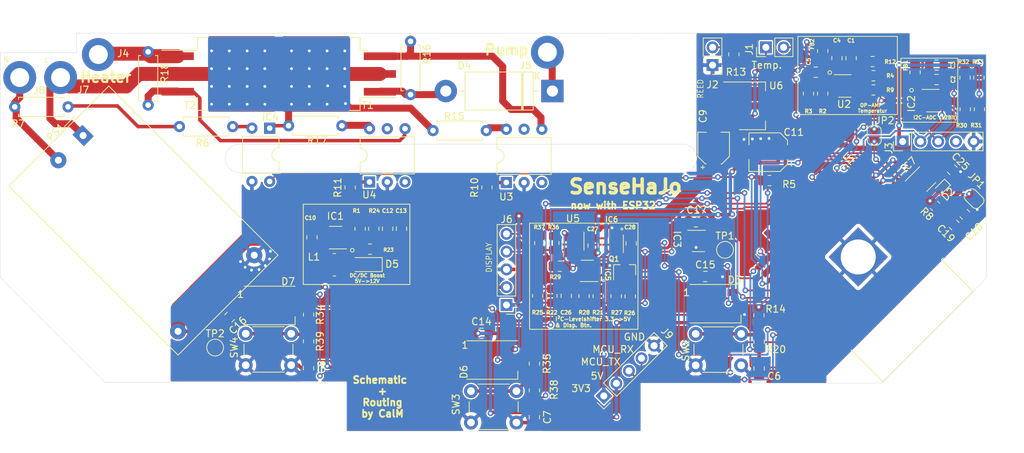
<source format=kicad_pcb>
(kicad_pcb (version 20211014) (generator pcbnew)
  (title_block (comment 4 "AISLER Project ID: WVNRELBR"))
  (layers (0 "F.Cu" signal) (31 "B.Cu" signal) (34 "B.Paste" user) (35 "F.Paste" user) (36 "B.SilkS" user "B.Silkscreen") (37 "F.SilkS" user "F.Silkscreen") (38 "B.Mask" user) (39 "F.Mask" user) (44 "Edge.Cuts" user))
  (net 0 "")
  (net 1 "Net-(C1-Pad1)")
  (net 2 "GND")
  (net 3 "Net-(C2-Pad1)")
  (net 4 "Net-(C5-Pad2)")
  (net 5 "+3V3")
  (net 6 "+5V")
  (net 7 "+12V")
  (net 8 "Net-(D4-Pad1)")
  (net 9 "Net-(D4-Pad2)")
  (net 10 "Net-(D5-Pad2)")
  (net 11 "Net-(J4-Pad1)")
  (net 12 "SCL_DSP")
  (net 13 "SDA_DSP")
  (net 14 "L_230V")
  (net 15 "N_230V")
  (net 16 "Net-(R10-Pad1)")
  (net 17 "Net-(R11-Pad1)")
  (net 18 "Net-(R15-Pad1)")
  (net 19 "Net-(R17-Pad1)")
  (net 20 "Net-(IC1-Pad3)")
  (net 21 "Net-(IC2-Pad3)")
  (net 22 "WS2812_3V3")
  (net 23 "Net-(R16-Pad1)")
  (net 24 "Net-(R18-Pad1)")
  (net 25 "MCU_TX")
  (net 26 "MCU_RX")
  (net 27 "Net-(D3-Pad2)")
  (net 28 "Net-(D6-Pad2)")
  (net 29 "Net-(D7-Pad2)")
  (net 30 "MAINS_HALVEWAVES")
  (net 31 "REED_IN")
  (net 33 "Net-(D2-Pad1)")
  (net 34 "ESP32_ADC")
  (net 35 "I2C_DSP_SDA")
  (net 36 "Net-(R2-Pad2)")
  (net 37 "Net-(R4-Pad2)")
  (net 38 "SW1")
  (net 39 "I2C_DSP_SCL")
  (net 40 "Net-(IC5-Pad4)")
  (net 41 "SDA_3V3")
  (net 42 "SCL_3V3")
  (net 43 "Net-(IC6-Pad2)")
  (net 44 "Net-(R6-Pad1)")
  (net 45 "SW2")
  (net 46 "SW3")
  (net 58 "DISP_BTN")
  (net 66 "PUMP_MOC")
  (net 67 "Net-(D3-Pad4)")
  (net 68 "Net-(D2-Pad2)")
  (net 69 "Heizung_MOC")
  (net 70 "Net-(IC4-Pad2)")
  (net 71 "Net-(R14-Pad2)")
  (net 72 "Net-(R34-Pad2)")
  (net 73 "Net-(R35-Pad2)")
  (footprint "MountingHole:MountingHole_2.7mm_M2.5_DIN965_Pad_TopBottom" (layer "F.Cu") (at 37.15 23.38)
    (fp_text reference "J4")
    (fp_text value "Heizung L")
  )
  (footprint "MountingHole:MountingHole_2.7mm_M2.5_DIN965_Pad_TopBottom" (layer "F.Cu") (at 101.35 23.05 -90)
    (fp_text reference "J5")
    (fp_text value "Pumpe L")
  )
  (footprint "Converter_ACDC:Converter_ACDC_HiLink_HLK-PMxx" (layer "F.Cu") (at 34.970105 34.958016 -45)
    (fp_text reference "PS1")
    (fp_text value "HLK-PM01")
  )
  (footprint "Package_TO_SOT_SMD:SOT-23-5" (layer "F.Cu") (at 105.0196 50.5405 -90)
    (fp_text reference "U5")
    (fp_text value "MCP6001-OT")
  )
  (footprint "ESP32_Handsolder:ESP32-WROOM-32_HandSolder" (layer "F.Cu") (at 144.555028 52.497241 -135)
    (fp_text reference "U1")
    (fp_text value "ESP32-WROOM-32")
  )
  (footprint "Capacitor_SMD:C_0805_2012Metric_Pad1.18x1.45mm_HandSolder" (layer "F.Cu") (at 144.78 23.8975 90)
    (fp_text reference "C1")
    (fp_text value "1uF / 10V")
  )
  (footprint "Capacitor_SMD:C_0805_2012Metric_Pad1.18x1.45mm_HandSolder" (layer "F.Cu") (at 156.9935 26.956)
    (fp_text reference "C2")
    (fp_text value "100nF / 10V")
  )
  (footprint "Capacitor_SMD:C_0805_2012Metric_Pad1.18x1.45mm_HandSolder" (layer "F.Cu") (at 156.9935 24.892)
    (fp_text reference "C3")
    (fp_text value "1uF / 10V")
  )
  (footprint "Capacitor_SMD:C_0805_2012Metric_Pad1.18x1.45mm_HandSolder" (layer "F.Cu") (at 142.748 23.8975 90)
    (fp_text reference "C4")
    (fp_text value "100nF / 10V")
  )
  (footprint "Capacitor_SMD:C_0805_2012Metric_Pad1.18x1.45mm_HandSolder" (layer "F.Cu") (at 139.7215 25.908 180)
    (fp_text reference "C5")
    (fp_text value "100nF / 10V")
  )
  (footprint "Capacitor_SMD:C_0805_2012Metric_Pad1.18x1.45mm_HandSolder" (layer "F.Cu") (at 131.6228 68.2537 90)
    (fp_text reference "C6")
    (fp_text value "100nF / 10V")
  )
  (footprint "Capacitor_SMD:C_0805_2012Metric_Pad1.18x1.45mm_HandSolder" (layer "F.Cu") (at 99.4918 75.2387 90)
    (fp_text reference "C7")
    (fp_text value "100nF / 10V")
  )
  (footprint "Capacitor_SMD:C_0805_2012Metric_Pad1.18x1.45mm_HandSolder" (layer "F.Cu") (at 67.2084 68.2205 90)
    (fp_text reference "C8")
    (fp_text value "100nF / 10V")
  )
  (footprint "Capacitor_SMD:CP_Elec_4x4.5" (layer "F.Cu") (at 125.1204 36.7504 90)
    (fp_text reference "C9")
    (fp_text value "10uF/10V")
  )
  (footprint "Capacitor_SMD:C_0805_2012Metric_Pad1.18x1.45mm_HandSolder" (layer "F.Cu") (at 67.691 49.521 90)
    (fp_text reference "C10")
    (fp_text value " 1uF/25V")
  )
  (footprint "Capacitor_SMD:CP_Elec_5x5.3" (layer "F.Cu") (at 132.928 37.338 180)
    (fp_text reference "C11")
    (fp_text value "47uF/10V")
  )
  (footprint "Capacitor_SMD:C_0805_2012Metric_Pad1.18x1.45mm_HandSolder" (layer "F.Cu") (at 78.5083 48.2815 90)
    (fp_text reference "C12")
    (fp_text value "1uF/25V")
  )
  (footprint "Capacitor_SMD:C_0805_2012Metric_Pad1.18x1.45mm_HandSolder" (layer "F.Cu") (at 80.4895 48.2815 90)
    (fp_text reference "C13")
    (fp_text value " 10uF/25V")
  )
  (footprint "Capacitor_SMD:C_0805_2012Metric_Pad1.18x1.45mm_HandSolder" (layer "F.Cu") (at 91.9265 63.246)
    (fp_text reference "C14")
    (fp_text value "100nF / 10V")
  )
  (footprint "Capacitor_SMD:C_0805_2012Metric_Pad1.18x1.45mm_HandSolder" (layer "F.Cu") (at 123.9305 55.118)
    (fp_text reference "C15")
    (fp_text value "100nF / 10V")
  )
  (footprint "Capacitor_SMD:C_0805_2012Metric_Pad1.18x1.45mm_HandSolder" (layer "F.Cu") (at 55.908377 60.931623 -135)
    (fp_text reference "C16")
    (fp_text value "100nF / 10V")
  )
  (footprint "Diode_THT:D_DO-201AD_P15.24mm_Horizontal" (layer "F.Cu") (at 102.07 28.6 180)
    (fp_text reference "D4")
    (fp_text value "1N4006")
  )
  (footprint "Resistor_SMD:R_0805_2012Metric_Pad1.20x1.40mm_HandSolder" (layer "F.Cu") (at 153.924 25.924 -90)
    (fp_text reference "FB1")
    (fp_text value "Ferrite_Bead")
  )
  (footprint "Package_TO_SOT_SMD:SOT-23-5_HandSoldering" (layer "F.Cu") (at 156.464 29.972)
    (fp_text reference "IC2")
    (fp_text value "MCP3221")
  )
  (footprint "SC-74A_SOT753:SC-74A" (layer "F.Cu") (at 121.412 49.022)
    (fp_text reference "IC3")
    (fp_text value "74LVC1G125")
  )
  (footprint "Connector_PinHeader_2.54mm:PinHeader_1x05_P2.54mm_Vertical" (layer "F.Cu") (at 109.419846 72.190154 135)
    (fp_text reference "J9")
    (fp_text value "Prog")
  )
  (footprint "Inductor_SMD:L_Wuerth_MAPI-3015" (layer "F.Cu") (at 70.9 53.4416)
    (fp_text reference "L1")
    (fp_text value "10uH")
  )
  (footprint "Package_TO_SOT_SMD:SOT-23" (layer "F.Cu") (at 112.3958 54.1942 90)
    (fp_text reference "Q1")
    (fp_text value "BSS138")
  )
  (footprint "Resistor_SMD:R_0805_2012Metric_Pad1.20x1.40mm_HandSolder" (layer "F.Cu") (at 74.5744 48.276 90)
    (fp_text reference "R1")
    (fp_text value "10k")
  )
  (footprint "Resistor_SMD:R_0805_2012Metric_Pad1.20x1.40mm_HandSolder" (layer "F.Cu") (at 140.716 28.972 -90)
    (fp_text reference "R2")
    (fp_text value "2k2")
  )
  (footprint "Resistor_SMD:R_0805_2012Metric_Pad1.20x1.40mm_HandSolder" (layer "F.Cu") (at 138.684 28.972 -90)
    (fp_text reference "R3")
    (fp_text value "1k8")
  )
  (footprint "Resistor_SMD:R_0805_2012Metric_Pad1.20x1.40mm_HandSolder" (layer "F.Cu") (at 147.971 26.416 180)
    (fp_text reference "R4")
    (fp_text value "10k (DNP)")
  )
  (footprint "Resistor_SMD:R_0805_2012Metric_Pad1.20x1.40mm_HandSolder" (layer "F.Cu") (at 92.71 42.402 -90)
    (fp_text reference "R10")
    (fp_text value "150R")
  )
  (footprint "Resistor_SMD:R_0805_2012Metric_Pad1.20x1.40mm_HandSolder" (layer "F.Cu") (at 73.152 42.402 -90)
    (fp_text reference "R11")
    (fp_text value "150R")
  )
  (footprint "Resistor_SMD:R_0805_2012Metric_Pad1.20x1.40mm_HandSolder" (layer "F.Cu") (at 147.844 24.384 180)
    (fp_text reference "R12")
    (fp_text value "10k")
  )
  (footprint "Resistor_SMD:R_0805_2012Metric_Pad1.20x1.40mm_HandSolder" (layer "F.Cu") (at 128.016 23.352 90)
    (fp_text reference "R13")
    (fp_text value "10k")
  )
  (footprint "Resistor_SMD:R_0805_2012Metric_Pad1.20x1.40mm_HandSolder" (layer "F.Cu") (at 131.5974 60.679 -90)
    (fp_text reference "R14")
    (fp_text value "10k")
  )
  (footprint "Resistor_THT:R_Axial_DIN0207_L6.3mm_D2.5mm_P7.62mm_Horizontal" (layer "F.Cu") (at 92.62 34.25 180)
    (fp_text reference "R15")
    (fp_text value "360R")
  )
  (footprint "Resistor_THT:R_Axial_DIN0207_L6.3mm_D2.5mm_P7.62mm_Horizontal" (layer "F.Cu") (at 81.788 21.4884 -90)
    (fp_text reference "R16")
    (fp_text value "330R")
  )
  (footprint "Resistor_THT:R_Axial_DIN0207_L6.3mm_D2.5mm_P7.62mm_Horizontal" (layer "F.Cu") (at 71.97 33.56 180)
    (fp_text reference "R17")
    (fp_text value "360R")
  )
  (footprint "Resistor_THT:R_Axial_DIN0207_L6.3mm_D2.5mm_P7.62mm_Horizontal" (layer "F.Cu") (at 44.27 30.607 90)
    (fp_text reference "R18")
    (fp_text value "330R")
  )
  (footprint "Resistor_SMD:R_0805_2012Metric_Pad1.20x1.40mm_HandSolder" (layer "F.Cu") (at 131.6228 64.4382 -90)
    (fp_text reference "R20")
    (fp_text value "1k")
  )
  (footprint "Resistor_SMD:R_0805_2012Metric_Pad1.20x1.40mm_HandSolder" (layer "F.Cu") (at 108.6264 57.9214 -90)
    (fp_text reference "R21")
    (fp_text value "10k")
  )
  (footprint "Resistor_SMD:R_0805_2012Metric_Pad1.20x1.40mm_HandSolder" (layer "F.Cu") (at 101.997 57.8706 -90)
    (fp_text reference "R22")
    (fp_text value "10k")
  )
  (footprint "Resistor_SMD:R_0805_2012Metric_Pad1.20x1.40mm_HandSolder" (layer "F.Cu") (at 75.9804 51.2064)
    (fp_text reference "R23")
    (fp_text value "43.2k")
  )
  (footprint "Resistor_SMD:R_0805_2012Metric_Pad1.20x1.40mm_HandSolder" (layer "F.Cu") (at 76.5271 48.2725 -90)
    (fp_text reference "R24")
    (fp_text value "10k")
  )
  (footprint "Resistor_SMD:R_0805_2012Metric_Pad1.20x1.40mm_HandSolder" (layer "F.Cu") (at 99.965 57.8706 90)
    (fp_text reference "R25")
    (fp_text value "10k")
  )
  (footprint "Resistor_SMD:R_0805_2012Metric_Pad1.20x1.40mm_HandSolder" (layer "F.Cu") (at 113.1984 57.9562 -90)
    (fp_text reference "R26")
    (fp_text value "10k")
  )
  (footprint "Resistor_SMD:R_0805_2012Metric_Pad1.20x1.40mm_HandSolder" (layer "F.Cu") (at 111.1918 57.9374 90)
    (fp_text reference "R27")
    (fp_text value "10k")
  )
  (footprint "Resistor_SMD:R_0805_2012Metric_Pad1.20x1.40mm_HandSolder" (layer "F.Cu") (at 106.5944 57.9214 90)
    (fp_text reference "R28")
    (fp_text value "10k")
  )
  (footprint "Resistor_SMD:R_0805_2012Metric_Pad1.20x1.40mm_HandSolder" (layer "F.Cu") (at 103.1306 53.6448)
    (fp_text reference "R29")
    (fp_text value "100R")
  )
  (footprint "Resistor_SMD:R_0805_2012Metric_Pad1.20x1.40mm_HandSolder" (layer "F.Cu") (at 161.0868 31.2006 90)
    (fp_text reference "R30")
    (fp_text value "10k")
  )
  (footprint "Package_TO_SOT_SMD:TO-263-3_TabPin2" (layer "F.Cu") (at 71.628 26.162 180)
    (fp_text reference "T1")
    (fp_text value "QJ8025")
  )
  (footprint "Package_TO_SOT_SMD:TO-263-3_TabPin2" (layer "F.Cu") (at 54.28 26.155)
    (fp_text reference "T2")
    (fp_text value "QJ8025")
  )
  (footprint "Package_TO_SOT_SMD:SOT-23-5" (layer "F.Cu") (at 143.891 27.874)
    (fp_text reference "U2")
    (fp_text value "MCP6001-OT")
  )
  (footprint "Package_DIP:DIP-6_W7.62mm" (layer "F.Cu") (at 95.4786 41.6814 90)
    (fp_text reference "U3")
    (fp_text value "MOC3043M")
  )
  (footprint "Package_DIP:DIP-6_W7.62mm" (layer "F.Cu") (at 75.9206 41.6052 90)
    (fp_text reference "U4")
    (fp_text value "MOC3043M")
  )
  (footprint "Package_TO_SOT_SMD:SOT-223-3_TabPin2" (layer "F.Cu") (at 130.6326 30.72)
    (fp_text reference "U6")
    (fp_text value "LM1117-3.3")
  )
  (footprint "Package_TO_SOT_SMD:SOT-23-5_HandSoldering" (layer "F.Cu") (at 71.0654 49.5554 180)
    (fp_text reference "IC1")
    (fp_text value "AP3012")
  )
  (footprint "Connector_PinHeader_2.54mm:PinHeader_1x02_P2.54mm_Vertical" (layer "F.Cu") (at 132.588 22.352 90)
    (fp_text reference "J1")
    (fp_text value "Conn_01x02_Male")
  )
  (footprint "Connector_PinHeader_2.54mm:PinHeader_1x02_P2.54mm_Vertical" (layer "F.Cu") (at 124.968 24.892 180)
    (fp_text reference "J2")
    (fp_text value "REED")
  )
  (footprint "Connector_PinHeader_2.54mm:PinHeader_1x05_P2.54mm_Vertical" (layer "F.Cu") (at 152.146 35.814 90)
    (fp_text reference "J3")
    (fp_text value "RTC ( DS3231)")
  )
  (footprint "Connector_PinHeader_2.54mm:PinHeader_1x05_P2.54mm_Vertical" (layer "F.Cu") (at 95.504 59.182 180)
    (fp_text reference "J6")
    (fp_text value "Conn_01x05")
  )
  (footprint "MountingHole:MountingHole_2.7mm_M2.5_DIN965_Pad_TopBottom" (layer "F.Cu") (at 31.75 26.67)
    (fp_text reference "J7")
    (fp_text value "L")
  )
  (footprint "MountingHole:MountingHole_2.7mm_M2.5_DIN965_Pad_TopBottom" (layer "F.Cu") (at 25.908 26.67)
    (fp_text reference "J8")
    (fp_text value "N")
  )
  (footprint "Button_Switch_THT:SW_PUSH_6mm" (layer "F.Cu") (at 122.555 63.318)
    (fp_text reference "SW2")
    (fp_text value "SW1 ( Boot )")
  )
  (footprint "Button_Switch_THT:SW_PUSH_6mm" (layer "F.Cu") (at 90.424 71.501)
    (fp_text reference "SW3")
    (fp_text value "MACHINE_SW2")
  )
  (footprint "Button_Switch_THT:SW_PUSH_6mm" (layer "F.Cu") (at 58.2192 63.2926)
    (fp_text reference "SW4")
    (fp_text value "MACHINE_SW3")
  )
  (footprint "Capacitor_SMD:C_0805_2012Metric_Pad1.18x1.45mm_HandSolder" (layer "F.Cu") (at 161.036 46.228 135)
    (fp_text reference "C18")
    (fp_text value "10uF / 10V")
  )
  (footprint "Capacitor_SMD:C_0805_2012Metric_Pad1.18x1.45mm_HandSolder" (layer "F.Cu") (at 159.512 47.752 135)
    (fp_text reference "C19")
    (fp_text value "100nF / 10V")
  )
  (footprint "Diode_SMD:D_SOD-123" (layer "F.Cu") (at 75.4878 53.4162 180)
    (fp_text reference "D5")
    (fp_text value "PMEG4010EGWX")
  )
  (footprint "Package_DIP:DIP-4_W7.62mm" (layer "F.Cu") (at 61.6458 33.909 -90)
    (fp_text reference "IC4")
    (fp_text value "K814P")
  )
  (footprint "Resistor_SMD:R_0805_2012Metric_Pad1.20x1.40mm_HandSolder" (layer "F.Cu") (at 133.112 41.402)
    (fp_text reference "R5")
    (fp_text value "10k")
  )
  (footprint "Resistor_THT:R_Axial_DIN0207_L6.3mm_D2.5mm_P7.62mm_Horizontal" (layer "F.Cu") (at 48.7426 33.6804)
    (fp_text reference "R6")
    (fp_text value "100k")
  )
  (footprint "Resistor_THT:R_Axial_DIN0207_L6.3mm_D2.5mm_P7.62mm_Horizontal" (layer "F.Cu") (at 25.1968 30.861)
    (fp_text reference "R7")
    (fp_text value "100k")
  )
  (footprint "Capacitor_SMD:C_0805_2012Metric_Pad1.18x1.45mm_HandSolder" (layer "F.Cu") (at 122.5856 47.2948)
    (fp_text reference "C17")
    (fp_text value "100nF / 10V")
  )
  (footprint "Resistor_SMD:R_0805_2012Metric_Pad1.20x1.40mm_HandSolder" (layer "F.Cu") (at 99.4918 67.5812 -90)
    (fp_text reference "R35")
    (fp_text value "10k")
  )
  (footprint "Resistor_SMD:R_0805_2012Metric_Pad1.20x1.40mm_HandSolder" (layer "F.Cu") (at 147.971 28.448 180)
    (fp_text reference "R9")
    (fp_text value "10k")
  )
  (footprint "Capacitor_SMD:C_0805_2012Metric_Pad1.18x1.45mm_HandSolder" (layer "F.Cu") (at 107.8898 50.6945 90)
    (fp_text reference "C27")
    (fp_text value "100nF / 10V")
  )
  (footprint "MountingHole:MountingHole_2.1mm" (layer "F.Cu") (at 33.2486 36.6522)
    (fp_text reference "REF**" hide)
    (fp_text value "MountingHole_2.1mm")
  )
  (footprint "Resistor_SMD:R_0805_2012Metric_Pad1.20x1.40mm_HandSolder" (layer "F.Cu") (at 163.0426 26.6794 -90)
    (fp_text reference "R33")
    (fp_text value "10k")
  )
  (footprint "Resistor_SMD:R_0805_2012Metric_Pad1.20x1.40mm_HandSolder" (layer "F.Cu") (at 67.2084 60.5696 -90)
    (fp_text reference "R34")
    (fp_text value "10k")
  )
  (footprint "TestPoint:TestPoint_Pad_D2.0mm" (layer "F.Cu") (at 53.848 65.278)
    (fp_text reference "TP2")
    (fp_text value "TestPoint")
  )
  (footprint "Resistor_SMD:R_0805_2012Metric_Pad1.20x1.40mm_HandSolder" (layer "F.Cu") (at 100.2698 50.3334 90)
    (fp_text reference "R37")
    (fp_text value "1k")
  )
  (footprint "Jumper:SolderJumper-2_P1.3mm_Open_RoundedPad1.0x1.5mm" (layer "F.Cu") (at 162.354381 43.990381 135)
    (fp_text reference "JP1")
    (fp_text value "Jumper_2_Open")
  )
  (footprint "Capacitor_SMD:C_0805_2012Metric_Pad1.18x1.45mm_HandSolder" (layer "F.Cu") (at 113.3254 50.3975 90)
    (fp_text reference "C28")
    (fp_text value "100nF / 10V")
  )
  (footprint "Package_TO_SOT_SMD:SOT-23-6_Handsoldering" (layer "F.Cu") (at 155.091654 41.176843 45)
    (fp_text reference "IC7")
    (fp_text value "74LVC1G10")
  )
  (footprint "Resistor_SMD:R_0805_2012Metric_Pad1.20x1.40mm_HandSolder" (layer "F.Cu") (at 140.716 22.876 -90)
    (fp_text reference "FB2")
    (fp_text value "Ferrite_Bead")
  )
  (footprint "LED_SMD:LED_WS2812B_PLCC4_5.0x5.0mm_P3.2mm" (layer "F.Cu") (at 125.386 59.004)
    (fp_text reference "D3")
    (fp_text value "WS2812B")
  )
  (footprint "SC-74A_SOT753:SC-74A" (layer "F.Cu") (at 108.5756 55.3314 180)
    (fp_text reference "IC5")
    (fp_text value "74LVC1G125")
  )
  (footprint "SC-74A_SOT753:SC-74A" (layer "F.Cu") (at 111.6998 49.1744 -90)
    (fp_text reference "IC6")
    (fp_text value "74LVC1G125")
  )
  (footprint "Resistor_SMD:R_0805_2012Metric_Pad1.20x1.40mm_HandSolder" (layer "F.Cu") (at 67.2084 64.3796 -90)
    (fp_text reference "R39")
    (fp_text value "1k")
  )
  (footprint "Resistor_SMD:R_0805_2012Metric_Pad1.20x1.40mm_HandSolder" (layer "F.Cu") (at 99.4918 71.3912 -90)
    (fp_text reference "R38")
    (fp_text value "1k")
  )
  (footprint "Diode_SMD:D_SOD-523" (layer "F.Cu") (at 157.747025 42.431025 -135)
    (fp_text reference "D2")
    (fp_text value "D_Schottky")
  )
  (footprint "TestPoint:TestPoint_Pad_D2.0mm" (layer "F.Cu") (at 126.746 51.308)
    (fp_text reference "TP1")
    (fp_text value "TestPoint")
  )
  (footprint "Resistor_SMD:R_0805_2012Metric_Pad1.20x1.40mm_HandSolder" (layer "F.Cu") (at 163.1188 31.2006 -90)
    (fp_text reference "R31")
    (fp_text value "10k")
  )
  (footprint "Capacitor_SMD:C_0805_2012Metric_Pad1.18x1.45mm_HandSolder" (layer "F.Cu") (at 159.229623 39.849623 -45)
    (fp_text reference "C25")
    (fp_text value "100nF / 10V")
  )
  (footprint "LED_SMD:LED_WS2812B_PLCC4_5.0x5.0mm_P3.2mm" (layer "F.Cu") (at 61.632 59.258)
    (fp_text reference "D7")
    (fp_text value "WS2812B")
  )
  (footprint "Capacitor_SMD:C_0805_2012Metric_Pad1.18x1.45mm_HandSolder" (layer "F.Cu") (at 104.0544 57.8827 90)
    (fp_text reference "C26")
    (fp_text value "100nF / 10V")
  )
  (footprint "Jumper:SolderJumper-2_P1.3mm_Open_RoundedPad1.0x1.5mm" (layer "F.Cu") (at 148.082 34.94 -90)
    (fp_text reference "JP2")
    (fp_text value "Jumper_2_Open")
  )
  (footprint "Resistor_SMD:R_0805_2012Metric_Pad1.20x1.40mm_HandSolder" (layer "F.Cu") (at 161.0614 26.6794 90)
    (fp_text reference "R32")
    (fp_text value "10k")
  )
  (footprint "LED_SMD:LED_WS2812B_PLCC4_5.0x5.0mm_P3.2mm" (layer "F.Cu") (at 93.472 67.056)
    (fp_text reference "D6")
    (fp_text value "WS2812B")
  )
  (footprint "Resistor_SMD:R_0805_2012Metric_Pad1.20x1.40mm_HandSolder" (layer "F.Cu") (at 102.2764 50.3334 -90)
    (fp_text reference "R36")
    (fp_text value "10k")
  )
  (footprint "Resistor_SMD:R_0805_2012Metric_Pad1.20x1.40mm_HandSolder" (layer "F.Cu") (at 156.772893 45.012893 135)
    (fp_text reference "R8")
    (fp_text value "10k")
  )
  (gr_rect (start 98.806 47.498) (end 114.3 62.6618) (layer "F.SilkS") (width 0.12) (fill none))
  (gr_rect (start 137.16 20.785) (end 151.384 31.961) (layer "F.SilkS") (width 0.12) (fill none))
  (gr_circle (center 73.4568 51.3588) (end 73.7108 51.3334) (layer "F.SilkS") (width 0.12) (fill none))
  (gr_circle (center 153.416 28.48) (end 153.67 28.4546) (layer "F.SilkS") (width 0.12) (fill none))
  (gr_rect (start 151.892 23.908) (end 160.02 33.052) (layer "F.SilkS") (width 0.12) (fill none))
  (gr_rect (start 81.6864 44.7802) (end 66.4464 56.261) (layer "F.SilkS") (width 0.12) (fill none))
  (gr_circle (center 141.732 25.951) (end 141.986 25.9256) (layer "F.SilkS") (width 0.12) (fill none))
  (gr_circle (center 111.998116 48.3252) (end 111.896516 48.2236) (layer "F.SilkS") (width 0.12) (fill none))
  (gr_circle (center 109.3478 55.6912) (end 109.2462 55.5896) (layer "F.SilkS") (width 0.12) (fill none))
  (gr_line (start 23.114 55.245) (end 23.114 23.114) (layer "Edge.Cuts") (width 0.05))
  (gr_line (start 57.3532 36.195) (end 76.708 36.195) (layer "Edge.Cuts") (width 0.05))
  (gr_line (start 76.708 40.259) (end 57.3532 40.259) (layer "Edge.Cuts") (width 0.05))
  (gr_arc (start 120.6754 36.195) (mid 122.7074 38.227) (end 120.6754 40.259) (layer "Edge.Cuts") (width 0.05))
  (gr_line (start 164.084 49.276) (end 164.084 55.372) (layer "Edge.Cuts") (width 0.05))
  (gr_line (start 112.4204 36.195) (end 76.708 36.195) (layer "Edge.Cuts") (width 0.05))
  (gr_line (start 76.708 40.259) (end 120.6754 40.259) (layer "Edge.Cuts") (width 0.05))
  (gr_line (start 118.6434 20.32) (end 153.162 20.32) (layer "Edge.Cuts") (width 0.05))
  (gr_line (start 112.4204 36.195) (end 120.6754 36.195) (layer "Edge.Cuts") (width 0.05))
  (gr_line (start 114.5794 20.3454) (end 118.6688 20.3454) (layer "Edge.Cuts") (width 0.05))
  (gr_line (start 118.6688 20.3454) (end 118.6434 20.32) (layer "Edge.Cuts") (width 0.05))
  (gr_line (start 34.036 23.114) (end 34.036 20.32) (layer "Edge.Cuts") (width 0.05))
  (gr_line (start 164.084 23.368) (end 164.084 30.988) (layer "Edge.Cuts") (width 0.05))
  (gr_line (start 153.162 20.32) (end 153.162 23.368) (layer "Edge.Cuts") (width 0.05))
  (gr_line (start 114.681 77.216) (end 72.644 77.216) (layer "Edge.Cuts") (width 0.05))
  (gr_line (start 114.5794 20.3454) (end 34.036 20.32) (layer "Edge.Cuts") (width 0.05))
  (gr_arc (start 57.3532 40.259) (mid 55.29564 38.227) (end 57.3532 36.195) (layer "Edge.Cuts") (width 0.05))
  (gr_line (start 38.1 70.231) (end 46.7614 70.231) (layer "Edge.Cuts") (width 0.05))
  (gr_line (start 114.681 70.358) (end 114.681 77.216) (layer "Edge.Cuts") (width 0.05))
  (gr_line (start 46.7614 70.231) (end 49.0728 70.231) (layer "Edge.Cuts") (width 0.05))
  (gr_line (start 38.1 70.231) (end 23.114 55.245) (layer "Edge.Cuts") (width 0.05))
  (gr_line (start 153.162 23.368) (end 164.084 23.368) (layer "Edge.Cuts") (width 0.05))
  (gr_line (start 149.098 70.358) (end 114.681 70.358) (layer "Edge.Cuts") (width 0.05))
  (gr_line (start 72.644 77.216) (end 72.644 70.231) (layer "Edge.Cuts") (width 0.05))
  (gr_line (start 164.084 30.988) (end 164.084 49.276) (layer "Edge.Cuts") (width 0.05))
  (gr_line (start 72.644 70.231) (end 49.0728 70.231) (layer "Edge.Cuts") (width 0.05))
  (gr_line (start 164.084 55.372) (end 149.098 70.358) (layer "Edge.Cuts") (width 0.05))
  (gr_line (start 23.114 23.114) (end 34.036 23.114) (layer "Edge.Cuts") (width 0.05))
  (gr_text "DC/DC Boost\n5V->12V" (at 75.5904 55.3724) (layer "F.SilkS") (effects (font (size 0.5 0.5) (thickness 0.125))))
  (gr_text "I²C-Levelshifter 3.3->5V\n& Disp. Btn." (at 102.4128 61.6458) (layer "F.SilkS") (effects (font (size 0.55 0.55) (thickness 0.1375)) (justify left)))
  (gr_text "now with ESP32" (at 110.744 44.958) (layer "F.SilkS") (effects (font (size 1 1) (thickness 0.25))))
  (gr_text "N" (at 23.495 24.6126) (layer "F.SilkS") (effects (font (size 0.8 0.72) (thickness 0.1)) (justify left bottom)))
  (gr_text "Pump" (at 95.5294 22.7076) (layer "F.SilkS") (effects (font (size 1.5 1.5) (thickness 0.3))))
  (gr_text "3V3" (at 106.172 71.12) (layer "F.SilkS") (effects (font (size 1 1))))
  (gr_text "MCU_TX" (at 108.966 67.31) (layer "F.SilkS") (effects (font (size 1 1))))
  (gr_text "MCU_RX" (at 110.744 65.532) (layer "F.SilkS") (effects (font (size 1 1))))
  (gr_text "Schematic \n+\nRouting\nby CalM" (at 77.7748 72.3138) (layer "F.SilkS") (effects (font (size 1 1) (thickness 0.25))))
  (gr_text "REED" (at 123.698 29.718 90) (layer "F.SilkS") (effects (font (size 0.8 0.72) (thickness 0.1)) (justify left bottom)))
  (gr_text "L" (at 29.4132 24.6126) (layer "F.SilkS") (effects (font (size 0.8 0.72) (thickness 0.1)) (justify left bottom)))
  (gr_text "Temp." (at 132.715 24.892) (layer "F.SilkS") (effects (font (size 1 1))))
  (gr_text "I2C-ADC (12Bit)" (at 156.8196 32.385) (layer "F.SilkS") (effects (font (size 0.5 0.5) (thickness 0.125))))
  (gr_text "Heater" (at 38.2016 26.6192) (layer "F.SilkS") (effects (font (size 1.5 1.5) (thickness 0.3))))
  (gr_text "DISPLAY" (at 93.472 54.61 90) (layer "F.SilkS") (effects (font (size 0.8 0.72) (thickness 0.1)) (justify left bottom)))
  (gr_text "GND" (at 113.792 63.754) (layer "F.SilkS") (effects (font (size 1 1))))
  (gr_text "SenseHaJo" (at 112.522 43.434) (layer "F.SilkS") (effects (font (size 2 2) (thickness 0.5)) (justify bottom)))
  (gr_text "OP-AMP \nTemperatur" (at 147.828 31.031) (layer "F.SilkS") (effects (font (size 0.5 0.5) (thickness 0.125))))
  (gr_text "5V" (at 108.458 69.342) (layer "F.SilkS") (effects (font (size 1 1))))
  (segment (start 142.197 24.935) (end 142.748 24.935) (width 0.25) (layer "F.Cu") (net 1))
  (segment (start 140.716 25.865) (end 140.759 25.908) (width 0.25) (layer "F.Cu") (net 1))
  (segment (start 140.716 23.876) (end 140.716 25.865) (width 0.25) (layer "F.Cu") (net 1))
  (segment (start 144.78 24.935) (end 144.78 26.713) (width 0.25) (layer "F.Cu") (net 1))
  (segment (start 140.716 23.876) (end 139.657 23.876) (width 0.25) (layer "F.Cu") (net 1))
  (segment (start 138.133 22.352) (end 135.128 22.352) (width 0.25) (layer "F.Cu") (net 1))
  (segment (start 142.748 24.935) (end 144.78 24.935) (width 0.25) (layer "F.Cu") (net 1))
  (segment (start 140.759 25.908) (end 141.224 25.908) (width 0.25) (layer "F.Cu") (net 1))
  (segment (start 144.78 26.713) (end 144.991 26.924) (width 0.25) (layer "F.Cu") (net 1))
  (segment (start 139.657 23.876) (end 138.133 22.352) (width 0.25) (layer "F.Cu") (net 1))
  (segment (start 141.224 25.908) (end 142.197 24.935) (width 0.25) (layer "F.Cu") (net 1))
  (segment (start 104.918 49.3014) (end 105.0196 49.403) (width 0.25) (layer "F.Cu") (net 2))
  (segment (start 65.743 67.7926) (end 67.2084 69.258) (width 0.5) (layer "F.Cu") (net 2))
  (segment (start 131.6228 69.2912) (end 130.5282 69.2912) (width 0.5) (layer "F.Cu") (net 2))
  (segment (start 109.998 48.1584) (end 109.7998 48.3566) (width 0.25) (layer "F.Cu") (net 2))
  (segment (start 144.78 22.86) (end 146.304 22.86) (width 0.25) (layer "F.Cu") (net 2))
  (segment (start 147.89552 29.65048) (end 147.574 29.972) (width 0.25) (layer "F.Cu") (net 2))
  (segment (start 111.6998 48.641) (end 111.2172 48.1584) (width 0.25) (layer "F.Cu") (net 2))
  (segment (start 125.702 28.42) (end 124.968 27.686) (width 0.5) (layer "F.Cu") (net 2))
  (segment (start 146.304 22.86) (end 146.844 23.4) (width 0.25) (layer "F.Cu") (net 2))
  (segment (start 162.814 45.5422) (end 162.814 46.228) (width 0.5) (layer "F.Cu") (net 2))
  (segment (start 111.6998 49.1744) (end 111.6998 48.641) (width 0.25) (layer "F.Cu") (net 2))
  (segment (start 101.4448 48.1584) (end 105.7562 48.1584) (width 0.25) (layer "F.Cu") (net 2))
  (segment (start 138.684 29.972) (end 138.684 31.242) (width 0.25) (layer "F.Cu") (net 2))
  (segment (start 110.144366 53.4314) (end 110.269346 53.55638) (width 0.25) (layer "F.Cu") (net 2))
  (segment (start 126.6956 60.604) (end 127.836 60.604) (width 0.25) (layer "F.Cu") (net 2))
  (segment (start 156.464 28.702) (end 158.031 27.135) (width 0.25) (layer "F.Cu") (net 2))
  (segment (start 96.924 76.001) (end 99.2166 76.001) (width 0.5) (layer "F.Cu") (net 2))
  (segment (start 80.4895 47.244) (end 76.5556 47.244) (width 0.75) (layer "F.Cu") (net 2))
  (segment (start 156.21 29.972) (end 156.464 29.718) (width 0.25) (layer "F.Cu") (net 2))
  (segment (start 108.5756 53.4314) (end 110.144366 53.4314) (width 0.25) (layer "F.Cu") (net 2))
  (segment (start 107.8898 49.657) (end 109.6424 49.657) (width 0.25) (layer "F.Cu") (net 2))
  (segment (start 144.028233 64.698369) (end 156.756156 51.970446) (width 0.5) (layer "F.Cu") (net 2))
  (segment (start 144.78 22.86) (end 142.748 22.86) (width 0.25) (layer "F.Cu") (net 2))
  (segment (start 110.5916 48.1584) (end 109.998 48.1584) (width 0.25) (layer "F.Cu") (net 2))
  (segment (start 109.6424 49.657) (end 109.7998 49.4996) (width 0.25) (layer "F.Cu") (net 2))
  (segment (start 126.365 55.118) (end 126.3904 55.1434) (width 0.25) (layer "F.Cu") (net 2))
  (segment (start 126.3904 60.2996) (end 126.6952 60.6044) (width 0.25) (layer "F.Cu") (net 2))
  (segment (start 126.6952 60.6044) (end 126.6956 60.604) (width 0.25) (layer "F.Cu") (net 2))
  (segment (start 159.975154 40.583246) (end 160.423124 40.135276) (width 0.25) (layer "F.Cu") (net 2))
  (segment (start 127.254 28.42) (end 125.702 28.42) (width 0.5) (layer "F.Cu") (net 2))
  (segment (start 124.968 55.118) (end 126.365 55.118) (width 0.25) (layer "F.Cu") (net 2))
  (segment (start 119.888 50.8) (end 119.888 49.276) (width 0.25) (layer "F.Cu") (net 2))
  (segment (start 156.7608 51.970446) (end 160.245623 48.485623) (width 0.5) (layer "F.Cu") (net 2))
  (segment (start 143.764 31.242) (end 143.764 29.972) (width 0.25) (layer "F.Cu") (net 2))
  (segment (start 143.764 27.94) (end 143.698 27.874) (width 0.25) (layer "F.Cu") (net 2))
  (segment (start 109.7998 48.3566) (end 109.7998 49.1744) (width 0.25) (layer "F.Cu") (net 2))
  (segment (start 159.963246 40.583246) (end 159.975154 40.583246) (width 0.25) (layer "F.Cu") (net 2))
  (segment (start 147.574 29.972) (end 143.764 29.972) (width 0.25) (layer "F.Cu") (net 2))
  (segment (start 111.2172 48.1584) (end 110.5916 48.1584) (width 0.25) (layer "F.Cu") (net 2))
  (segment (start 146.844 23.4) (end 146.844 24.384) (width 0.25) (layer "F.Cu") (net 2))
  (segment (start 156.464 29.718) (end 156.464 28.702) (width 0.25) (layer "F.Cu") (net 2))
  (segment (start 107.5342 48.1584) (end 105.7562 48.1584) (width 0.25) (layer "F.Cu") (net 2))
  (segment (start 143.698 27.874) (end 142.791 27.874) (width 0.25) (layer "F.Cu") (net 2))
  (segment (start 108.5756 55.3314) (end 108.678994 55.3314) (width 0.25) (layer "F.Cu") (net 2))
  (segment (start 108.678994 55.3314) (end 109.30012 54.710274) (width 0.25) (layer "F.Cu") (net 2))
  (segment (start 121.5481 48.8859) (end 121.412 49.022) (width 0.25) (layer "F.Cu") (net 2))
  (segment (start 109.30012 54.710274) (end 109.30012 53.65812) (width 0.25) (layer "F.Cu") (net 2))
  (segment (start 105.7562 48.1584) (end 105.2482 48.1584) (width 0.25) (layer "F.Cu") (net 2))
  (segment (start 156.756156 51.970446) (end 156.7608 51.970446) (width 0.5) (layer "F.Cu") (net 2))
  (segment (start 121.5481 47.2948) (end 121.5481 48.8859) (width 0.25) (layer "F.Cu") (net 2))
  (segment (start 120.142 49.022) (end 121.412 49.022) (width 0.25) (layer "F.Cu") (net 2))
  (segment (start 158.031 24.892) (end 158.031 26.956) (width 0.25) (layer "F.Cu") (net 2))
  (segment (start 100.2698 49.3334) (end 101.4448 48.1584) (width 0.25) (layer "F.Cu") (net 2))
  (segment (start 147.828 24.384) (end 147.89552 24.45152) (width 0.25) (layer "F.Cu") (net 2))
  (segment (start 76.5556 47.244) (end 76.5271 47.2725) (width 0.75) (layer "F.Cu") (net 2))
  (segment (start 107.8898 48.514) (end 107.5342 48.1584) (width 0.25) (layer "F.Cu") (net 2))
  (segment (start 126.3904 55.1434) (end 126.3904 60.2996) (width 0.25) (layer "F.Cu") (net 2))
  (segment (start 124.968 27.686) (end 124.968 24.892) (width 0.5) (layer "F.Cu") (net 2))
  (segment (start 130.5282 69.2912) (end 129.055 67.818) (width 0.5) (layer "F.Cu") (net 2))
  (segment (start 138.684 31.242) (end 143.764 31.242) (width 0.25) (layer "F.Cu") (net 2))
  (segment (start 104.918 48.4886) (end 104.918 49.3014) (width 0.25) (layer "F.Cu") (net 2))
  (segment (start 105.2482 48.1584) (end 104.918 48.4886) (width 0.25) (layer "F.Cu") (net 2))
  (segment (start 162.814 46.228) (end 162.080377 46.961623) (width 0.5) (layer "F.Cu") (net 2))
  (segment (start 162.814 44.45) (end 162.814 45.5422) (width 0.5) (layer "F.Cu") (net 2))
  (segment (start 64.7192 67.7926) (end 65.743 67.7926) (width 0.5) (layer "F.Cu") (net 2))
  (segment (start 109.30012 53.65812) (end 109.0734 53.4314) (width 0.25) (layer "F.Cu") (net 2))
  (segment (start 107.8898 49.657) (end 107.8898 48.514) (width 0.25) (layer "F.Cu") (net 2))
  (segment (start 155.114 29.972) (end 156.21 29.972) (width 0.25) (layer "F.Cu") (net 2))
  (segment (start 119.888 49.276) (end 120.142 49.022) (width 0.25) (layer "F.Cu") (net 2))
  (segment (start 99.2166 76.001) (end 99.4918 76.2762) (width 0.5) (layer "F.Cu") (net 2))
  (segment (start 161.769623 46.961623) (end 160.245623 48.485623) (width 0.5) (layer "F.Cu") (net 2))
  (segment (start 121.412 50.922) (end 120.01 50.922) (width 0.25) (layer "F.Cu") (net 2))
  (segment (start 109.7998 49.4996) (end 109.7998 49.1744) (width 0.25) (layer "F.Cu") (net 2))
  (segment (start 143.764 29.972) (end 143.764 27.94) (width 0.25) (layer "F.Cu") (net 2))
  (segment (start 147.89552 24.45152) (end 147.89552 29.65048) (width 0.25) (layer "F.Cu") (net 2))
  (segment (start 146.844 24.384) (end 147.828 24.384) (width 0.25) (layer "F.Cu") (net 2))
  (segment (start 109.0734 53.4314) (end 108.5756 53.4314) (width 0.25) (layer "F.Cu") (net 2))
  (segment (start 120.01 50.922) (end 119.888 50.8) (width 0.25) (layer "F.Cu") (net 2))
  (segment (start 158.031 27.135) (end 158.031 26.956) (width 0.25) (layer "F.Cu") (net 2))
  (segment (start 162.080377 46.961623) (end 161.769623 46.961623) (width 0.5) (layer "F.Cu") (net 2))
  (segment (start 113.3254 49.36) (end 111.8854 49.36) (width 0.25) (layer "F.Cu") (net 2))
  (segment (start 111.8854 49.36) (end 111.6998 49.1744) (width 0.25) (layer "F.Cu") (net 2))
  (via (at 131.8514 35.4076) (size 0.8) (drill 0.4) (layers "F.Cu" "B.Cu") (net 2))
  (via (at 110.5916 48.1584) (size 0.8) (drill 0.4) (layers "F.Cu" "B.Cu") (net 2))
  (via (at 60.1218 54.1274) (size 0.8) (drill 0.4) (layers "F.Cu" "B.Cu") (net 2))
  (via (at 61.0108 53.5686) (size 0.8) (drill 0.4) (layers "F.Cu" "B.Cu") (net 2))
  (via (at 130.6576 35.4584) (size 0.8) (drill 0.4) (layers "F.Cu" "B.Cu") (net 2))
  (via (at 133.0452 35.3822) (size 0.8) (drill 0.4) (layers "F.Cu" "B.Cu") (net 2))
  (via (at 61.7474 51.5112) (size 0.8) (drill 0.4) (layers "F.Cu" "B.Cu") (net 2))
  (via (at 129.4638 35.5092) (size 0.8) (drill 0.4) (layers "F.Cu" "B.Cu") (net 2))
  (via (at 110.269346 53.55638) (size 0.8) (drill 0.4) (layers "F.Cu" "B.Cu") (net 2))
  (via (at 160.423124 40.135276) (size 0.8) (drill 0.4) (layers "F.Cu" "B.Cu") (net 2))
  (via (at 57.4802 52.9844) (size 0.8) (drill 0.4) (layers "F.Cu" "B.Cu") (net 2))
  (via (at 59.055 54.2036) (size 0.8) (drill 0.4) (layers "F.Cu" "B.Cu") (net 2))
  (via (at 129.54 60.5536) (size 0.8) (drill 0.4) (layers "F.Cu" "B.Cu") (net 2))
  (via (at 126.3904 55.1434) (size 0.8) (drill 0.4) (layers "F.Cu" "B.Cu") (net 2))
  (via (at 61.6204 52.6034) (size 0.8) (drill 0.4) (layers "F.Cu" "B.Cu") (net 2))
  (via (at 162.814 45.5422) (size 0.8) (drill 0.4) (layers "F.Cu" "B.Cu") (net 2))
  (via (at 58.1406 53.7972) (size 0.8) (drill 0.4) (layers "F.Cu" "B.Cu") (net 2))
  (via (at 122.6058 50.9524) (size 0.8) (drill 0.4) (layers "F.Cu" "B.Cu") (net 2))
  (segment (start 110.269346 53.55638) (end 110.5916 53.234126) (width 0.25) (layer "B.Cu") (net 2))
  (segment (start 122.6058 51.3588) (end 122.6058 50.9524) (width 0.25) (layer "B.Cu") (net 2))
  (segment (start 162.306 38.2524) (end 162.306 35.814) (width 0.25) (layer "B.Cu") (net 2))
  (segment (start 160.423124 40.135276) (end 162.306 38.2524) (width 0.25) (layer "B.Cu") (net 2))
  (segment (start 110.5916 53.234126) (end 110.5916 48.1584) (width 0.25) (layer "B.Cu") (net 2))
  (segment (start 126.3904 55.1434) (end 122.6058 51.3588) (width 0.25) (layer "B.Cu") (net 2))
  (segment (start 155.956 24.892) (end 153.924 26.924) (width 0.25) (layer "F.Cu") (net 3))
  (segment (start 155.956 26.956) (end 155.956 28.18) (width 0.25) (layer "F.Cu") (net 3))
  (segment (start 155.956 28.18) (end 155.114 29.022) (width 0.25) (layer "F.Cu") (net 3))
  (segment (start 155.956 24.892) (end 155.956 26.956) (width 0.25) (layer "F.Cu") (net 3))
  (segment (start 133.096 24.892) (end 137.668 24.892) (width 0.25) (layer "F.Cu") (net 4))
  (segment (start 138.684 27.972) (end 140.716 27.972) (width 0.25) (layer "F.Cu") (net 4))
  (segment (start 132.588 22.352) (end 132.588 24.384) (width 0.25) (layer "F.Cu") (net 4))
  (segment (start 138.684 25.908) (end 138.684 27.972) (width 0.25) (layer "F.Cu") (net 4))
  (segment (start 132.588 24.384) (end 133.096 24.892) (width 0.25) (layer "F.Cu") (net 4))
  (segment (start 137.668 24.892) (end 138.684 25.908) (width 0.25) (layer "F.Cu") (net 4))
  (segment (start 113.1984 58.9562) (end 113.221 58.9562) (width 0.25) (layer "F.Cu") (net 5))
  (segment (start 129.286 27.686) (end 128.016 26.416) (width 0.25) (layer "F.Cu") (net 5))
  (segment (start 161.798 40.132) (end 161.798 41.402) (width 0.75) (layer "F.Cu") (net 5))
  (segment (start 134.366 38.862) (end 134.366 38.1) (width 0.5) (layer "F.Cu") (net 5))
  (segment (start 158.778377 47.018377) (end 160.302377 45.494377) (width 0.5) (layer "F.Cu") (net 5))
  (segment (start 159.512 37.846) (end 161.798 40.132) (width 0.75) (layer "F.Cu") (net 5))
  (segment (start 97.536 67.056) (end 94.234 67.056) (width 0.25) (layer "F.Cu") (net 5))
  (segment (start 99.4918 66.5812) (end 109.078492 66.5812) (width 0.25) (layer "F.Cu") (net 5))
  (segment (start 129.032 38.862) (end 134.366 38.862) (width 0.5) (layer "F.Cu") (net 5))
  (segment (start 137.668 36.322) (end 144.018 36.322) (width 0.75) (layer "F.Cu") (net 5))
  (segment (start 158.904511 37.238511) (end 159.512 37.846) (width 0.75) (layer "F.Cu") (net 5))
  (segment (start 153.120511 36.788511) (end 153.570511 37.238511) (width 0.75) (layer "F.Cu") (net 5))
  (segment (start 132.588 27.686) (end 129.286 27.686) (width 0.25) (layer "F.Cu") (net 5))
  (segment (start 113.2266 58.928) (end 113.1984 58.9562) (width 0.25) (layer "F.Cu") (net 5))
  (segment (start 163.0934 25.6286) (end 163.0426 25.6794) (width 0.25) (layer "F.Cu") (net 5))
  (segment (start 146.262511 36.788511) (end 151.171489 36.788511) (width 0.75) (layer "F.Cu") (net 5))
  (segment (start 134.62 41.402) (end 135.382 40.64) (width 0.5) (layer "F.Cu") (net 5))
  (segment (start 144.484511 36.788511) (end 146.262511 36.788511) (width 0.75) (layer "F.Cu") (net 5))
  (segment (start 127.254 30.72) (end 133.554 30.72) (width 1) (layer "F.Cu") (net 5))
  (segment (start 144.018 36.322) (end 144.484511 36.788511) (width 0.75) (layer "F.Cu") (net 5))
  (segment (start 163.0934 28.9814) (end 163.1188 29.0068) (width 0.25) (layer "F.Cu") (net 5))
  (segment (start 133.554 28.652) (end 132.588 27.686) (width 0.25) (layer "F.Cu") (net 5))
  (segment (start 111.6998 51.5744) (end 113.186 51.5744) (width 0.25) (layer "F.Cu") (net 5))
  (segment (start 128.016 26.416) (end 128.016 24.352) (width 0.25) (layer "F.Cu") (net 5))
  (segment (start 131.5974 59.50438) (end 131.572 59.47898) (width 0.25) (layer "F.Cu") (net 5))
  (segment (start 158.496 39.116) (end 157.152497 39.116) (width 0.5) (layer "F.Cu") (net 5))
  (segment (start 135.128 35.052) (end 135.128 37.338) (width 1.5) (layer "F.Cu") (net 5))
  (segment (start 113.3254 51.435) (end 115.189 51.435) (width 0.25) (layer "F.Cu") (net 5))
  (segment (start 109.8682 58.9562) (end 109.8682 55.7812) (width 0.25) (layer "F.Cu") (net 5))
  (segment (start 163.1188 29.0068) (end 163.1188 30.2006) (width 0.25) (layer "F.Cu") (net 5))
  (segment (start 109.078492 66.5812) (end 109.419846 66.239846) (width 0.25) (layer "F.Cu") (net 5))
  (segment (start 163.0426 25.6794) (end 161.0614 25.6794) (width 0.25) (layer "F.Cu") (net 5))
  (segment (start 159.172489 37.506489) (end 159.512 37.846) (width 0.75) (layer "F.Cu") (net 5))
  (segment (start 153.924 24.924) (end 151.67 24.924) (width 0.5) (layer "F.Cu") (net 5))
  (segment (start 109.8682 58.9562) (end 106.6292 58.9562) (width 0.25) (layer "F.Cu") (net 5))
  (segment (start 135.382 40.64) (end 135.382 37.592) (width 0.5) (layer "F.Cu") (net 5))
  (segment (start 132.842 42.672) (end 134.112 41.402) (width 0.25) (layer "F.Cu") (net 5))
  (segment (start 134.112 41.402) (end 134.62 41.402) (width 0.5) (layer "F.Cu") (net 5))
  (segment (start 133.554 30.72) (end 133.554 28.652) (width 0.25) (layer "F.Cu") (net 5))
  (segment (start 115.316 58.928) (end 113.2266 58.928) (width 0.25) (layer "F.Cu") (net 5))
  (segment (start 158.496 39.116) (end 159.512 38.1) (width 0.75) (layer "F.Cu") (net 5))
  (segment (start 161.798 41.402) (end 157.48 45.72) (width 0.75) (layer "F.Cu") (net 5))
  (segment (start 163.1188 30.2006) (end 161.0868 30.2006) (width 0.25) (layer "F.Cu") (net 5))
  (segment (start 135.128 37.338) (end 136.652 37.338) (width 0.75) (layer "F.Cu") (net 5))
  (segment (start 131.5974 59.679) (end 131.5974 59.50438) (width 0.25) (layer "F.Cu") (net 5))
  (segment (start 115.316 51.562) (end 119.126 51.562) (width 0.25) (layer "F.Cu") (net 5))
  (segment (start 151.171489 36.788511) (end 153.120511 36.788511) (width 0.75) (layer "F.Cu") (net 5))
  (segment (start 106.6292 58.9562) (end 106.5944 58.9214) (width 0.25) (layer "F.Cu") (net 5))
  (segment (start 158.778377 47.018377) (end 158.778377 48.152174) (width 0.5) (layer "F.Cu") (net 5))
  (segment (start 159.512 38.1) (end 159.512 37.846) (width 0.75) (layer "F.Cu") (net 5))
  (segment (start 93.3516 59.5696) (end 93.472 59.69) (width 0.25) (layer "F.Cu") (net 5))
  (segment (start 134.366 38.1) (end 135.128 37.338) (width 0.5) (layer "F.Cu") (net 5))
  (segment (start 67.2084 59.5696) (end 93.3516 59.5696) (width 0.25) (layer "F.Cu") (net 5))
  (segment (start 133.554 30.72) (end 133.554 33.478) (width 1.5) (layer "F.Cu") (net 5))
  (segment (start 109.8682 55.7812) (end 110.4552 55.1942) (width 0.25) (layer "F.Cu") (net 5))
  (segment (start 113.186 51.5744) (end 113.3254 51.435) (width 0.25) (layer "F.Cu") (net 5))
  (segment (start 127.755389 46.272111) (end 127.7995 46.228) (width 0.5) (layer "F.Cu") (net 5))
  (segment (start 99.4918 66.5812) (end 98.0108 66.5812) (width 0.25) (layer "F.Cu") (net 5))
  (segment (start 98.0108 66.5812) (end 97.536 67.056) (width 0.25) (layer "F.Cu") (net 5))
  (segment (start 127.762 40.132) (end 129.032 38.862) (width 0.5) (layer "F.Cu") (net 5))
  (segment (start 163.0934 24.6126) (end 163.0934 25.6286) (width 0.25) (layer "F.Cu") (net 5))
  (segment (start 132.842 43.18) (end 132.842 42.672) (width 0.25) (layer "F.Cu") (net 5))
  (segment (start 157.152497 39.116) (end 156.046248 40.222249) (width 0.5) (layer "F.Cu") (net 5))
  (segment (start 151.638 33.528) (end 151.638 35.306) (width 0.5) (layer "F.Cu") (net 5))
  (segment (start 113.1984 58.9562) (end 109.8682 58.9562) (width 0.25) (layer "F.Cu") (net 5))
  (segment (start 153.570511 37.238511) (end 158.904511 37.238511) (width 0.75) (layer "F.Cu") (net 5))
  (segment (start 125.758028 46.272111) (end 127.755389 46.272111) (width 0.5) (layer "F.Cu") (net 5))
  (segment (start 110.4552 55.1942) (end 111.4458 55.1942) (width 0.25) (layer "F.Cu") (net 5))
  (segment (start 158.778377 48.152174) (end 155.85813 51.072421) (width 0.5) (layer "F.Cu") (net 5))
  (segment (start 135.382 37.592) (end 135.128 37.338) (width 0.5) (layer "F.Cu") (net 5))
  (segment (start 133.554 33.478) (end 135.128 35.052) (width 1.5) (layer "F.Cu") (net 5))
  (segment (start 135.128 37.338) (end 135.296489 37.506489) (width 0.75) (layer "F.Cu") (net 5))
  (segment (start 115.189 51.435) (end 115.316 51.562) (width 0.25) (layer "F.Cu") (net 5))
  (segment (start 136.652 37.338) (end 137.668 36.322) (width 0.75) (layer "F.Cu") (net 5))
  (segment (start 158.778377 47.018377) (end 157.48 45.72) (width 0.5) (layer "F.Cu") (net 5))
  (segment (start 151.67 24.924) (end 151.638 24.892) (width 0.5) (layer "F.Cu") (net 5))
  (via (at 131.572 59.47898) (size 0.8) (drill 0.4) (layers "F.Cu" "B.Cu") (net 5))
  (via (at 132.842 43.18) (size 0.8) (drill 0.4) (layers "F.Cu" "B.Cu") (net 5))
  (via (at 94.234 67.056) (size 0.8) (drill 0.4) (layers "F.Cu" "B.Cu") (net 5))
  (via (at 109.419846 66.239846) (size 0.8) (drill 0.4) (layers "F.Cu" "B.Cu") (net 5))
  (via (at 163.0934 24.6126) (size 0.8) (drill 0.4) (layers "F.Cu" "B.Cu") (net 5))
  (via (at 127.7995 46.228) (size 0.8) (drill 0.4) (layers "F.Cu" "B.Cu") (net 5))
  (via (at 93.472 59.69) (size 0.8) (drill 0.4) (layers "F.Cu" "B.Cu") (net 5))
  (via (at 151.638 33.528) (size 0.8) (drill 0.4) (layers "F.Cu" "B.Cu") (net 5))
  (via (at 125.758028 46.272111) (size 0.8) (drill 0.4) (layers "F.Cu" "B.Cu") (net 5))
  (via (at 151.638 24.892) (size 0.8) (drill 0.4) (layers "F.Cu" "B.Cu") (net 5))
  (via (at 127.762 40.132) (size 0.8) (drill 0.4) (layers "F.Cu" "B.Cu") (net 5))
  (via (at 119.126 51.562) (size 0.8) (drill 0.4) (layers "F.Cu" "B.Cu") (net 5))
  (via (at 115.316 51.562) (size 0.8) (drill 0.4) (layers "F.Cu" "B.Cu") (net 5))
  (via (at 163.0934 28.9814) (size 0.8) (drill 0.4) (layers "F.Cu" "B.Cu") (net 5))
  (via (at 115.316 58.928) (size 0.8) (drill 0.4) (layers "F.Cu" "B.Cu") (net 5))
  (segment (start 127.7995 46.228) (end 127.508 45.9365) (width 0.5) (layer "B.Cu") (net 5))
  (segment (start 131.572 59.47898) (end 132.842 58.20898) (width 0.25) (layer "B.Cu") (net 5))
  (segment (start 93.472 59.69) (end 94.234 60.452) (width 0.25) (layer "B.Cu") (net 5))
  (segment (start 119.126 46.482) (end 119.38 46.228) (width 0.25) (layer "B.Cu") (net 5))
  (segment (start 115.316 51.562) (end 115.316 58.928) (width 0.25) (layer "B.Cu") (net 5))
  (segment (start 109.728 51.788791) (end 109.728 46.482) (width 0.5) (layer "B.Cu") (net 5))
  (segment (start 151.638 24.892) (end 162.814 24.892) (width 0.5) (layer "B.Cu") (net 5))
  (segment (start 127.508 45.9365) (end 127.508 40.386) (width 0.5) (layer "B.Cu") (net 5))
  (segment (start 109.931989 46.278011) (end 125.752128 46.278011) (width 0.5) (layer "B.Cu") (net 5))
  (segment (start 119.454989 46.153011) (end 125.638928 46.153011) (width 0.25) (layer "B.Cu") (net 5))
  (segment (start 163.0934 28.9814) (end 163.0934 24.6126) (width 0.25) (layer "B.Cu") (net 5))
  (segment (start 125.638928 46.153011) (end 125.758028 46.272111) (width 0.25) (layer "B.Cu") (net 5))
  (segment (start 109.419846 52.096945) (end 109.728 51.788791) (width 0.5) (layer "B.Cu") (net 5))
  (segment (start 151.638 24.892) (end 151.638 33.528) (width 0.5) (layer "B.Cu") (net 5))
  (segment (start 127.508 40.386) (end 127.762 40.132) (width 0.5) (layer "B.Cu") (net 5))
  (segment (start 125.752128 46.278011) (end 125.758028 46.272111) (width 0.5) (layer "B.Cu") (net 5))
  (segment (start 132.842 58.20898) (end 132.842 43.18) (width 0.25) (layer "B.Cu") (net 5))
  (segment (start 109.419846 72.190154) (end 109.419846 66.239846) (width 0.5) (layer "B.Cu") (net 5))
  (segment (start 109.419846 66.239846) (end 109.419846 52.096945) (width 0.5) (layer "B.Cu") (net 5))
  (segment (start 109.728 46.482) (end 109.931989 46.278011) (width 0.5) (layer "B.Cu") (net 5))
  (segment (start 119.126 51.562) (end 119.126 46.482) (width 0.25) (layer "B.Cu") (net 5))
  (segment (start 162.814 24.892) (end 163.0934 24.6126) (width 0.5) (layer "B.Cu") (net 5))
  (segment (start 94.234 60.452) (end 94.234 67.056) (width 0.25) (layer "B.Cu") (net 5))
  (segment (start 119.38 46.228) (end 119.454989 46.153011) (width 0.25) (layer "B.Cu") (net 5))
  (segment (start 90.889 65.323) (end 91.022 65.456) (width 0.5) (layer "F.Cu") (net 6))
  (segment (start 138.716 21.876) (end 138.43 21.59) (width 0.5) (layer "F.Cu") (net 6))
  (segment (start 127.254 33.02) (end 127.254 37.338) (width 1.5) (layer "F.Cu") (net 6))
  (segment (start 119.888 44.958) (end 123.952 40.894) (width 2) (layer "F.Cu") (net 6))
  (segment (start 67.477989 50.345489) (end 58.727489 50.345489) (width 0.75) (layer "F.Cu") (net 6))
  (segment (start 90.889 63.246) (end 91.44 63.246) (width 0.5) (layer "F.Cu") (net 6))
  (segment (start 93.342511 74.551489) (end 98.040319 74.551489) (width 0.5) (layer "F.Cu") (net 6))
  (segment (start 107.8898 51.732) (end 108.5834 51.732) (width 0.5) (layer "F.Cu") (net 6))
  (segment (start 124.46 56.685) (end 122.893 55.118) (width 0.5) (layer "F.Cu") (net 6))
  (segment (start 93.218 74.676) (end 93.342511 74.551489) (width 0.5) (layer "F.Cu") (net 6))
  (segment (start 89.408 67.564) (end 88.89052 68.08148) (width 0.5) (layer "F.Cu") (net 6))
  (segment (start 123.6231 46.1531) (end 122.428 44.958) (width 0.5) (layer "F.Cu") (net 6))
  (segment (start 90.932 45.212) (end 92.202 46.482) (width 2) (layer "F.Cu") (net 6))
  (segment (start 123.6231 48.8331) (end 123.812 49.022) (width 0.25) (layer "F.Cu") (net 6))
  (segment (start 131.2805 25.654) (end 131.0265 25.908) (width 0.5) (layer "F.Cu") (net 6))
  (segment (start 98.1014 58.8706) (end 99.965 58.8706) (width 0.5) (layer "F.Cu") (net 6))
  (segment (start 67.691 50.5585) (end 67.477989 50.345489) (width 0.75) (layer "F.Cu") (net 6))
  (segment (start 58.727489 50.345489) (end 58.282645 49.900645) (width 0.75) (layer "F.Cu") (net 6))
  (segment (start 56.642 60.198) (end 59.182 57.658) (width 0.5) (layer "F.Cu") (net 6))
  (segment (start 70.026405 68.08148) (end 88.89052 68.08148) (width 0.5) (layer "F.Cu") (net 6))
  (segment (start 48.546555 62.959445) (end 51.594555 62.959445) (width 0.5) (layer "F.Cu") (net 6))
  (segment (start 69.58 56.658) (end 69.596 56.642) (width 0.5) (layer "F.Cu") (net 6))
  (segment (start 122.893 55.118) (end 122.893 57.361) (width 0.5) (layer "F.Cu") (net 6))
  (segment (start 109.27422 75.23822) (end 111.19778 75.23822) (width 0.5) (layer "F.Cu") (net 6))
  (segment (start 69.7154 50.5054) (end 67.7441 50.5054) (width 0.75) (layer "F.Cu") (net 6))
  (segment (start 106.0236 51.732) (end 105.9696 51.678) (width 0.25) (layer "F.Cu") (net 6))
  (segment (start 123.6231 47.2948) (end 123.6231 48.8331) (width 0.25) (layer "F.Cu") (net 6))
  (segment (start 69.7154 53.307) (end 69.85 53.4416) (width 0.75) (layer "F.Cu") (net 6))
  (segment (start 51.594555 62.959445) (end 55.118 59.436) (width 0.5) (layer "F.Cu") (net 6))
  (segment (start 129.826 33.02) (end 131.0265 31.8195) (width 0.5) (layer "F.Cu") (net 6))
  (segment (start 107.8898 51.732) (end 106.0236 51.732) (width 0.25) (layer "F.Cu") (net 6))
  (segment (start 98.040319 74.551489) (end 98.72705 75.23822) (width 0.5) (layer "F.Cu") (net 6))
  (segment (start 108.712 46.482) (end 118.364 46.482) (width 2) (layer "F.Cu") (net 6))
  (segment (start 101.997 58.8706) (end 102.029 58.8706) (width 0.25) (layer "F.Cu") (net 6))
  (segment (start 69.876425 67.9315) (end 70.026405 68.08148) (width 0.5) (layer "F.Cu") (net 6))
  (segment (start 69.7154 48.6054) (end 69.7154 50.5054) (width 0.5) (layer "F.Cu") (net 6))
  (segment (start 55.118 59.436) (end 55.88 59.436) (width 0.5) (layer "F.Cu") (net 6))
  (segment (start 140.716 21.876) (end 138.716 21.876) (width 0.5) (layer "F.Cu") (net 6))
  (segment (start 51.054 57.15) (end 51.054 57.129289) (width 2) (layer "F.Cu") (net 6))
  (segment (start 123.6231 47.2948) (end 123.6231 46.1531) (width 0.5) (layer "F.Cu") (net 6))
  (segment (start 69.7154 50.5054) (end 69.7154 53.307) (width 0.75) (layer "F.Cu") (net 6))
  (segment (start 97.79 59.182) (end 98.1014 58.8706) (width 0.5) (layer "F.Cu") (net 6))
  (segment (start 122.893 57.361) (end 122.936 57.404) (width 0.5) (layer "F.Cu") (net 6))
  (segment (start 55.88 59.436) (end 56.642 60.198) (width 0.5) (layer "F.Cu") (net 6))
  (segment (start 122.428 44.958) (end 119.888 44.958) (width 0.5) (layer "F.Cu") (net 6))
  (segment (start 127.254 37.338) (end 125.984 38.608) (width 1.5) (layer "F.Cu") (net 6))
  (segment (start 51.054 57.129289) (end 58.282645 49.900645) (width 2) (layer "F.Cu") (net 6))
  (segment (start 58.282645 49.900645) (end 62.971289 45.212) (width 2) (layer "F.Cu") (net 6))
  (segment (start 89.916 63.246) (end 89.408 63.754) (width 0.5) (layer "F.Cu") (net 6))
  (segment (start 104.0544 56.8452) (end 104.0544 56.1594) (width 0.25) (layer "F.Cu") (net 6))
  (segment (start 125.984 38.608) (end 124.968 38.608) (width 1.5) (layer "F.Cu") (net 6))
  (segment (start 127.254 33.02) (end 129.826 33.02) (width 0.5) (layer "F.Cu") (net 6))
  (segment (start 62.971289 45.212) (end 90.932 45.212) (width 2) (layer "F.Cu") (net 6))
  (segment (start 124.46 61.229022) (end 124.46 56.685) (width 0.5) (layer "F.Cu") (net 6))
  (segment (start 67.7441 50.5054) (end 67.691 50.5585) (width 0.75) (layer "F.Cu") (net 6))
  (segment (start 123.952 39.624) (end 123.952 40.894) (width 2) (layer "F.Cu") (net 6))
  (segment (start 104.8824 55.3314) (end 106.1756 55.3314) (width 0.25) (layer "F.Cu") (net 6))
  (segment (start 111.252 61.722) (end 123.967022 61.722) (width 0.5) (layer "F.Cu") (net 6))
  (segment (start 59.182 57.658) (end 60.182 56.658) (width 0.5) (layer "F.Cu") (net 6))
  (segment (start 89.408 63.754) (end 89.408 67.564) (width 0.5) (layer "F.Cu") (net 6))
  (segment (start 98.72705 75.23822) (end 109.27422 75.23822) (width 0.5) (layer "F.Cu") (net 6))
  (segment (start 48.546555 59.657445) (end 51.054 57.15) (width 2) (layer "F.Cu") (net 6))
  (segment (start 48.546555 62.959445) (end 48.546555 59.657445) (width 2) (layer "F.Cu") (net 6))
  (segment (start 102.029 58.8706) (end 104.0544 56.8452) (width 0.25) (layer "F.Cu") (net 6))
  (segment (start 90.889 63.246) (end 89.916 63.246) (width 0.5) (layer "F.Cu") (net 6))
  (segment (start 137.16 25.654) (end 131.2805 25.654) (width 0.5) (layer "F.Cu") (net 6))
  (segment (start 104.0544 56.1594) (end 104.8824 55.3314) (width 0.25) (layer "F.Cu") (net 6))
  (segment (start 90.889 63.246) (end 90.889 65.323) (width 0.5) (layer "F.Cu") (net 6))
  (segment (start 60.182 56.658) (end 69.58 56.658) (width 0.5) (layer "F.Cu") (net 6))
  (segment (start 118.364 46.482) (end 119.888 44.958) (width 2) (layer "F.Cu") (net 6))
  (segment (start 123.967022 61.722) (end 124.46 61.229022) (width 0.5) (layer "F.Cu") (net 6))
  (segment (start 97.282 46.482) (end 108.712 46.482) (width 2) (layer "F.Cu") (net 6))
  (segment (start 95.504 59.182) (end 97.79 59.182) (width 0.5) (layer "F.Cu") (net 6))
  (segment (start 92.202 46.482) (end 97.282 46.482) (width 2) (layer "F.Cu") (net 6))
  (segment (start 111.19778 75.23822) (end 111.252 75.184) (width 0.5) (layer "F.Cu") (net 6))
  (segment (start 99.965 58.8706) (end 101.997 58.8706) (width 0.25) (layer "F.Cu") (net 6))
  (segment (start 124.968 38.608) (end 123.952 39.624) (width 2) (layer "F.Cu") (net 6))
  (via (at 137.16 25.654) (size 0.8) (drill 0.4) (layers "F.Cu" "B.Cu") (net 6))
  (via (at 108.712 46.482) (size 0.8) (drill 0.4) (layers "F.Cu" "B.Cu") (net 6))
  (via (at 111.252 61.722) (size 0.8) (drill 0.4) (layers "F.Cu" "B.Cu") (net 6))
  (via (at 69.876425 67.9315) (size 0.8) (drill 0.4) (layers "F.Cu" "B.Cu") (net 6))
  (via (at 108.5834 51.732) (size 0.8) (drill 0.4) (layers "F.Cu" "B.Cu") (net 6))
  (via (at 131.0265 31.8195) (size 0.8) (drill 0.4) (layers "F.Cu" "B.Cu") (net 6))
  (via (at 69.596 56.642) (size 0.8) (drill 0.4) (layers "F.Cu" "B.Cu") (net 6))
  (via (at 91.44 63.246) (size 0.8) (drill 0.4) (layers "F.Cu" "B.Cu") (net 6))
  (via (at 93.218 74.676) (size 0.8) (drill 0.4) (layers "F.Cu" "B.Cu") (net 6))
  (via (at 138.43 21.59) (size 0.8) (drill 0.4) (layers "F.Cu" "B.Cu") (net 6))
  (via (at 111.252 75.184) (size 0.8) (drill 0.4) (layers "F.Cu" "B.Cu") (net 6))
  (via (at 97.282 46.482) (size 0.8) (drill 0.4) (layers "F.Cu" "B.Cu") (net 6))
  (via (at 131.0265 25.908) (size 0.8) (drill 0.4) (layers "F.Cu" "B.Cu") (net 6))
  (segment (start 138.43 21.59) (end 138.43 24.384) (width 0.5) (layer "B.Cu") (net 6))
  (segment (start 91.44 63.246) (end 93.218 63.246) (width 0.5) (layer "B.Cu") (net 6))
  (segment (start 108.5834 46.6106) (end 108.712 46.482) (width 0.5) (layer "B.Cu") (net 6))
  (segment (start 69.85 58.42) (end 69.85 67.905075) (width 0.5) (layer "B.Cu") (net 6))
  (segment (start 111.215897 70.394103) (end 111.215897 61.758103) (width 0.5) (layer "B.Cu") (net 6))
  (segment (start 69.596 56.642) (end 69.85 56.896) (width 0.5) (layer "B.Cu") (net 6))
  (segment (start 97.282 58.674) (end 97.282 46.482) (width 0.5) (layer "B.Cu") (net 6))
  (segment (start 111.215897 70.394103) (end 111.215897 75.147897) (width 0.5) (layer "B.Cu") (net 6))
  (segment (start 138.43 24.384) (end 137.16 25.654) (width 0.5) (layer "B.Cu") (net 6))
  (segment (start 96.774 59.182) (end 97.282 58.674) (width 0.5) (layer "B.Cu") (net 6))
  (segment (start 69.85 56.896) (end 69.85 58.42) (width 0.5) (layer "B.Cu") (net 6))
  (segment (start 108.5834 51.732) (end 108.5834 46.6106) (width 0.5) (layer "B.Cu") (net 6))
  (segment (start 131.0265 31.8195) (end 131.0265 25.908) (width 0.5) (layer "B.Cu") (net 6))
  (segment (start 93.218 63.246) (end 93.218 65.532) (width 0.5) (layer "B.Cu") (net 6))
  (segment (start 111.215897 61.758103) (end 111.252 61.722) (width 0.5) (layer "B.Cu") (net 6))
  (segment (start 95.504 59.182) (end 96.774 59.182) (width 0.5) (layer "B.Cu") (net 6))
  (segment (start 111.215897 75.147897) (end 111.252 75.184) (width 0.5) (layer "B.Cu") (net 6))
  (segment (start 93.218 65.532) (end 93.218 74.676) (width 0.5) (layer "B.Cu") (net 6))
  (segment (start 69.85 67.905075) (end 69.876425 67.9315) (width 0.5) (layer "B.Cu") (net 6))
  (segment (start 80.4895 49.319) (end 78.5083 49.319) (width 0.75) (layer "F.Cu") (net 7))
  (segment (start 91.694 50.8) (end 91.694 56.388) (width 0.5) (layer "F.Cu") (net 7))
  (segment (start 78.5083 50.2189) (end 78.5083 49.319) (width 0.5) (layer "F.Cu") (net 7))
  (segment (start 91.948 56.642) (end 95.504 56.642) (width 0.5) (layer "F.Cu") (net 7))
  (segment (start 77.5208 51.2064) (end 78.5083 50.2189) (width 0.5) (layer "F.Cu") (net 7))
  (segment (start 90.213 49.319) (end 91.694 50.8) (width 0.5) (layer "F.Cu") (net 7))
  (segment (start 80.4895 49.319) (end 90.213 49.319) (width 0.5) (layer "F.Cu") (net 7))
  (segment (start 76.9804 51.2064) (end 76.9804 53.2588) (width 0.5) (layer "F.Cu") (net 7))
  (segment (start 91.694 56.388) (end 91.948 56.642) (width 0.5) (layer "F.Cu") (net 7))
  (segment (start 76.9804 53.2588) (end 77.1378 53.4162) (width 0.5) (layer "F.Cu") (net 7))
  (segment (start 76.9804 51.2064) (end 77.5208 51.2064) (width 0.5) (layer "F.Cu") (net 7))
  (segment (start 102.04 29.44) (end 102.04 24.42) (width 1) (layer "F.Cu") (net 8))
  (segment (start 102.04 24.42) (end 101.01 23.39) (width 1) (layer "F.Cu") (net 8))
  (segment (start 80.62 28.63) (end 77.475 28.63) (width 1) (layer "F.Cu") (net 9))
  (segment (start 81.788 29.1084) (end 81.0984 29.1084) (width 1) (layer "F.Cu") (net 9))
  (segment (start 81.788 29.1084) (end 86.4684 29.1084) (width 1) (layer "F.Cu") (net 9))
  (segment (start 77.475 28.63) (end 77.403 28.702) (width 1) (layer "F.Cu") (net 9))
  (segment (start 81.0984 29.1084) (end 80.62 28.63) (width 1) (layer "F.Cu") (net 9))
  (segment (start 71.9754 53.4162) (end 71.95 53.4416) (width 0.75) (layer "F.Cu") (net 10))
  (segment (start 72.4154 50.5054) (end 72.4154 52.9762) (width 0.75) (layer "F.Cu") (net 10))
  (segment (start 72.4154 52.9762) (end 71.95 53.4416) (width 0.75) (layer "F.Cu") (net 10))
  (segment (start 73.8378 53.4162) (end 71.9754 53.4162) (width 0.75) (layer "F.Cu") (net 10))
  (segment (start 37.27 23.26) (end 37.15 23.38) (width 2) (layer "F.Cu") (net 11))
  (segment (start 44.625 23.615) (end 44.27 23.26) (width 2) (layer "F.Cu") (net 11))
  (segment (start 44.27 23.26) (end 37.27 23.26) (width 2) (layer "F.Cu") (net 11))
  (segment (start 48.505 23.615) (end 44.625 23.615) (width 2) (layer "F.Cu") (net 11))
  (segment (start 97.028 49.022) (end 95.504 49.022) (width 0.25) (layer "F.Cu") (net 12))
  (segment (start 102.156 53.975) (end 102.156 51.4538) (width 0.25) (layer "F.Cu") (net 12))
  (segment (start 102.156 51.4538) (end 102.2764 51.3334) (width 0.25) (layer "F.Cu") (net 12))
  (segment (start 99.3394 51.3334) (end 97.028 49.022) (width 0.25) (layer "F.Cu") (net 12))
  (segment (start 100.2698 51.3334) (end 102.2764 51.3334) (width 0.25) (layer "F.Cu") (net 12))
  (segment (start 100.2698 51.3334) (end 99.3394 51.3334) (width 0.25) (layer "F.Cu") (net 12))
  (segment (start 103.725 51.3334) (end 104.0696 51.678) (width 0.25) (layer "F.Cu") (net 12))
  (segment (start 102.2764 51.3334) (end 103.725 51.3334) (width 0.25) (layer "F.Cu") (net 12))
  (segment (start 99.965 56.8706) (end 99.965 53.737) (width 0.25) (layer "F.Cu") (net 13))
  (segment (start 101.997 56.8706) (end 99.965 56.8706) (width 0.25) (layer "F.Cu") (net 13))
  (segment (start 112.03348 52.83188) (end 107.83912 52.83188) (width 0.25) (layer "F.Cu") (net 13))
  (segment (start 112.3958 53.1942) (end 112.03348 52.83188) (width 0.25) (layer "F.Cu") (net 13))
  (segment (start 99.314 53.086) (end 97.79 51.562) (width 0.25) (layer "F.Cu") (net 13))
  (segment (start 99.965 53.737) (end 99.314 53.086) (width 0.25) (layer "F.Cu") (net 13))
  (segment (start 107.83912 52.83188) (end 105.93912 54.73188) (width 0.25) (layer "F.Cu") (net 13))
  (segment (start 105.93912 54.73188) (end 104.13572 54.73188) (width 0.25) (layer "F.Cu") (net 13))
  (segment (start 104.13572 54.73188) (end 101.997 56.8706) (width 0.25) (layer "F.Cu") (net 13))
  (segment (start 95.504 51.562) (end 97.79 51.562) (width 0.25) (layer "F.Cu") (net 13))
  (segment (start 85 34.25) (end 81.8 31.05) (width 1) (layer "F.Cu") (net 14))
  (segment (start 30.988 33.274) (end 30.226 32.512) (width 1) (layer "F.Cu") (net 14))
  (segment (start 81.8 31.05) (end 73.141 31.05) (width 1) (layer "F.Cu") (net 14))
  (segment (start 30.226 32.512) (end 30.226 28.194) (width 1) (layer "F.Cu") (net 14))
  (segment (start 70.5755 28.4845) (end 69.9405 27.8495) (width 1) (layer "F.Cu") (net 14))
  (segment (start 33.02 27.94) (end 31.75 26.67) (width 2) (layer "F.Cu") (net 14))
  (segment (start 61.9948 33.56) (end 61.6458 33.909) (width 0.5) (layer "F.Cu") (net 14))
  (segment (start 73.141 31.05) (end 72.4805 30.3895) (width 1) (layer "F.Cu") (net 14))
  (segment (start 72.4805 30.3895) (end 70.5755 28.4845) (width 1) (layer "F.Cu") (net 14))
  (segment (start 30.226 28.194) (end 31.75 26.67) (width 1) (layer "F.Cu") (net 14))
  (segment (start 33.286089 33.274) (end 30.988 33.274) (width 1) (layer "F.Cu") (net 14))
  (segment (start 64.35 33.56) (end 64.35 30.9) (width 1) (layer "F.Cu") (net 14))
  (segment (start 42.933 26.155) (end 41.148 27.94) (width 2) (layer "F.Cu") (net 14))
  (segment (start 64.35 33.56) (end 61.9948 33.56) (width 0.5) (layer "F.Cu") (net 14))
  (segment (start 64.35 30.9) (end 64.77 30.48) (width 1) (layer "F.Cu") (net 14))
  (segment (start 77.403 26.162) (end 48.512 26.162) (width 2) (layer "F.Cu") (net 14))
  (segment (start 48.505 26.155) (end 42.933 26.155) (width 2) (layer "F.Cu") (net 14))
  (segment (start 48.512 26.162) (end 48.505 26.155) (width 2) (layer "F.Cu") (net 14))
  (segment (start 41.148 27.94) (end 33.02 27.94) (width 2) (layer "F.Cu") (net 14))
  (segment (start 34.970105 34.958016) (end 33.286089 33.274) (width 1) (layer "F.Cu") (net 14))
  (via (at 69.9405 27.8495) (size 0.8) (drill 0.4) (layers "F.Cu" "B.Cu") (net 14))
  (via (at 55.88 27.94) (size 0.8) (drill 0.4) (layers "F.Cu" "B.Cu") (net 14))
  (via (at 64.77 30.48) (size 0.8) (drill 0.4) (layers "F.Cu" "B.Cu") (net 14))
  (via (at 53.34 25.4) (size 0.8) (drill 0.4) (layers "F.Cu" "B.Cu") (net 14))
  (via (at 58.42 22.86) (size 0.8) (drill 0.4) (layers "F.Cu" "B.Cu") (net 14))
  (via (at 58.42 30.48) (size 0.8) (drill 0.4) (layers "F.Cu" "B.Cu") (net 14))
  (via (at 64.77 27.94) (size 0.8) (drill 0.4) (layers "F.Cu" "B.Cu") (net 14))
  (via (at 60.96 30.48) (size 0.8) (drill 0.4) (layers "F.Cu" "B.Cu") (net 14))
  (via (at 55.88 30.48) (size 0.8) (drill 0.4) (layers "F.Cu" "B.Cu") (net 14))
  (via (at 58.42 25.4) (size 0.8) (drill 0.4) (layers "F.Cu" "B.Cu") (net 14))
  (via (at 67.31 27.94) (size 0.8) (drill 0.4) (layers "F.Cu" "B.Cu") (net 14))
  (via (at 53.34 30.48) (size 0.8) (drill 0.4) (layers "F.Cu" "B.Cu") (net 14))
  (via (at 64.77 22.86) (size 0.8) (drill 0.4) (layers "F.Cu" "B.Cu") (net 14))
  (via (at 72.39 22.86) (size 0.8) (drill 0.4) (layers "F.Cu" "B.Cu") (net 14))
  (via (at 69.85 25.4) (size 0.8) (drill 0.4) (layers "F.Cu" "B.Cu") (net 14))
  (via (at 55.88 22.86) (size 0.8) (drill 0.4) (layers "F.Cu" "B.Cu") (net 14))
  (via (at 67.31 25.4) (size 0.8) (drill 0.4) (layers "F.Cu" "B.Cu") (net 14))
  (via (at 55.88 25.4) (size 0.8) (drill 0.4) (layers "F.Cu" "B.Cu") (net 14))
  (via (at 72.39 25.4) (size 0.8) (drill 0.4) (layers "F.Cu" "B.Cu") (net 14))
  (via (at 53.34 22.86) (size 0.8) (drill 0.4) (layers "F.Cu" "B.Cu") (net 14))
  (via (at 69.85 30.48) (size 0.8) (drill 0.4) (layers "F.Cu" "B.Cu") (net 14))
  (via (at 58.42 27.94) (size 0.8) (drill 0.4) (layers "F.Cu" "B.Cu") (net 14))
  (via (at 60.96 25.4) (size 0.8) (drill 0.4) (layers "F.Cu" "B.Cu") (net 14))
  (via (at 69.85 22.86) (size 0.8) (drill 0.4) (layers "F.Cu" "B.Cu") (net 14))
  (via (at 53.34 27.94) (size 0.8) (drill 0.4) (layers "F.Cu" "B.Cu") (net 14))
  (via (at 67.31 22.86) (size 0.8) (drill 0.4) (layers "F.Cu" "B.Cu") (net 14))
  (via (at 72.4805 30.3895) (size 0.8) (drill 0.4) (layers "F.Cu" "B.Cu") (net 14))
  (via (at 64.77 25.4) (size 0.8) (drill 0.4) (layers "F.Cu" "B.Cu") (net 14))
  (via (at 60.96 22.86) (size 0.8) (drill 0.4) (layers "F.Cu" "B.Cu") (net 14))
  (via (at 72.39 27.94) (size 0.8) (drill 0.4) (layers "F.Cu" "B.Cu") (net 14))
  (via (at 60.96 27.94) (size 0.8) (drill 0.4) (layers "F.Cu" "B.Cu") (net 14))
  (via (at 67.31 30.48) (size 0.8) (drill 0.4) (layers "F.Cu" "B.Cu") (net 14))
  (segment (start 25.4 30.734) (end 25.4 32.458979) (width 1) (layer "F.Cu") (net 15))
  (segment (start 25.4 32.458979) (end 31.434571 38.49355) (width 1) (layer "F.Cu") (net 15))
  (segment (start 25.908 26.67) (end 25.908 29.5402) (width 1) (layer "F.Cu") (net 15))
  (segment (start 25.908 29.5402) (end 25.1714 30.2768) (width 1) (layer "F.Cu") (net 15))
  (segment (start 95.4786 41.6814) (end 92.9894 41.6814) (width 0.5) (layer "F.Cu") (net 16))
  (segment (start 73.3552 41.6052) (end 73.152 41.402) (width 0.5) (layer "F.Cu") (net 17))
  (segment (start 75.9206 41.6052) (end 73.3552 41.6052) (width 0.5) (layer "F.Cu") (net 17))
  (segment (start 95.36 33.85) (end 93.02 33.85) (width 1) (layer "F.Cu") (net 18))
  (segment (start 93.02 33.85) (end 92.62 34.25) (width 1) (layer "F.Cu") (net 18))
  (segment (start 72.03 33.5) (end 71.97 33.56) (width 1) (layer "F.Cu") (net 19))
  (segment (start 75.85 33.5) (end 72.03 33.5) (width 1) (layer "F.Cu") (net 19))
  (segment (start 73.9038 48.6054) (end 72.4154 48.6054) (width 0.5) (layer "F.Cu") (net 20))
  (segment (start 74.5744 49.276) (end 73.9038 48.6054) (width 0.5) (layer "F.Cu") (net 20))
  (segment (start 74.5779 49.2725) (end 74.5744 49.276) (width 0.5) (layer "F.Cu") (net 20))
  (segment (start 76.5271 49.2725) (end 74.5779 49.2725) (width 0.5) (layer "F.Cu") (net 20))
  (segment (start 74.5744 49.276) (end 74.5744 50.8004) (width 0.5) (layer "F.Cu") (net 20))
  (segment (start 148.971 26.416) (end 148.971 28.448) (width 0.25) (layer "F.Cu") (net 21))
  (segment (start 148.971 28.448) (end 148.971 29.845) (width 0.25) (layer "F.Cu") (net 21))
  (segment (start 148.971 29.845) (end 149.098 29.972) (width 0.25) (layer "F.Cu") (net 21))
  (segment (start 149.098 29.972) (end 152.654 29.972) (width 0.5) (layer "F.Cu") (net 21))
  (segment (start 148.844 24.384) (end 148.844 26.289) (width 0.25) (layer "F.Cu") (net 21))
  (segment (start 148.844 26.289) (end 148.971 26.416) (width 0.25) (layer "F.Cu") (net 21))
  (segment (start 148.082 34.29) (end 148.082 34.036) (width 0.25) (layer "F.Cu") (net 21))
  (segment (start 153.604 30.922) (end 155.114 30.922) (width 0.5) (layer "F.Cu") (net 21))
  (segment (start 152.654 29.972) (end 153.604 30.922) (width 0.5) (layer "F.Cu") (net 21))
  (via (at 148.082 34.036) (size 0.8) (drill 0.4) (layers "F.Cu" "B.Cu") (net 21))
  (via (at 149.098 29.972) (size 0.8) (drill 0.4) (layers "F.Cu" "B.Cu") (net 21))
  (segment (start 148.082 34.036) (end 148.082 30.988) (width 0.25) (layer "B.Cu") (net 21))
  (segment (start 148.082 30.988) (end 149.098 29.972) (width 0.25) (layer "B.Cu") (net 21))
  (segment (start 131.801987 55.372) (end 128.778 55.372) (width 0.25) (layer "F.Cu") (net 22))
  (segment (start 128.778 55.372) (end 128.524 55.118) (width 0.25) (layer "F.Cu") (net 22))
  (segment (start 128.524 50.292) (end 127.762 49.53) (width 0.25) (layer "F.Cu") (net 22))
  (segment (start 127.762 49.53) (end 125.476 49.53) (width 0.25) (layer "F.Cu") (net 22))
  (segment (start 125.476 49.53) (end 124.968 50.038) (width 0.25) (layer "F.Cu") (net 22))
  (segment (start 124.968 50.038) (end 121.478 50.038) (width 0.25) (layer "F.Cu") (net 22))
  (segment (start 121.478 50.038) (end 121.412 49.972) (width 0.25) (layer "F.Cu") (net 22))
  (segment (start 133.251926 53.922061) (end 131.801987 55.372) (width 0.25) (layer "F.Cu") (net 22))
  (segment (start 128.524 55.118) (end 128.524 50.292) (width 0.25) (layer "F.Cu") (net 22))
  (segment (start 96.17 31.24) (end 94.96 30.03) (width 1) (layer "F.Cu") (net 23))
  (segment (start 81.788 23.152) (end 81.318 23.622) (width 1) (layer "F.Cu") (net 23))
  (segment (start 94.96 25.09) (end 93.492 23.622) (width 1) (layer "F.Cu") (net 23))
  (segment (start 94.96 30.03) (end 94.96 25.09) (width 1) (layer "F.Cu") (net 23))
  (segment (start 99.312 31.24) (end 96.17 31.24) (width 1) (layer "F.Cu") (net 23))
  (segment (start 100.44 32.368) (end 99.312 31.24) (width 1) (layer "F.Cu") (net 23))
  (segment (start 81.318 23.622) (end 77.403 23.622) (width 1) (layer "F.Cu") (net 23))
  (segment (start 93.492 23.622) (end 77.403 23.622) (width 1) (layer "F.Cu") (net 23))
  (segment (start 100.44 33.85) (end 100.44 32.368) (width 1) (layer "F.Cu") (net 23))
  (segment (start 81.788 21.4884) (end 81.788 23.152) (width 1) (layer "F.Cu") (net 23))
  (segment (start 80.2386 35.687) (end 54.61 35.687) (width 0.5) (layer "F.Cu") (net 24))
  (segment (start 44.27 29.31) (end 44.27 30.88) (width 1) (layer "F.Cu") (net 24))
  (segment (start 80.93 33.5) (end 80.93 34.9956) (width 0.5) (layer "F.Cu") (net 24))
  (segment (start 54.61 35.687) (end 51.6636 32.7406) (width 0.5) (layer "F.Cu") (net 24))
  (segment (start 80.93 34.9956) (end 80.2386 35.687) (width 0.5) (layer "F.Cu") (net 24))
  (segment (start 48.505 28.695) (end 48.41 28.6) (width 1) (layer "F.Cu") (net 24))
  (segment (start 48.505 28.695) (end 50.7168 28.695) (width 0.5) (layer "F.Cu") (net 24))
  (segment (start 44.98 28.6) (end 44.27 29.31) (width 1) (layer "F.Cu") (net 24))
  (segment (start 51.6636 29.6418) (end 51.6636 32.7406) (width 0.5) (layer "F.Cu") (net 24))
  (segment (start 48.41 28.6) (end 44.98 28.6) (width 1) (layer "F.Cu") (net 24))
  (segment (start 50.7168 28.695) (end 51.6636 29.6418) (width 0.5) (layer "F.Cu") (net 24))
  (segment (start 114.263896 69.85) (end 113.011948 68.598052) (width 0.25) (layer "F.Cu") (net 25))
  (segment (start 141.334157 62.004292) (end 139.838449 63.5) (width 0.25) (layer "F.Cu") (net 25))
  (segment (start 139.838449 63.5) (end 133.604 63.5) (width 0.25) (layer "F.Cu") (net 25))
  (segment (start 129.54 69.85) (end 114.263896 69.85) (width 0.25) (layer "F.Cu") (net 25))
  (via (at 129.54 69.85) (size 0.8) (drill 0.4) (layers "F.Cu" "B.Cu") (net 25))
  (via (at 133.604 63.5) (size 0.8) (drill 0.4) (layers "F.Cu" "B.Cu") (net 25))
  (segment (start 133.604 69.342) (end 133.604 63.5) (width 0.25) (layer "B.Cu") (net 25))
  (segment (start 129.54 69.85) (end 133.096 69.85) (width 0.25) (layer "B.Cu") (net 25))
  (segment (start 133.096 69.85) (end 133.604 69.342) (width 0.25) (layer "B.Cu") (net 25))
  (segment (start 114.808 68.89248) (end 114.808 66.802) (width 0.25) (layer "F.Cu") (net 26))
  (segment (start 115.316 69.40048) (end 114.808 68.89248) (width 0.25) (layer "F.Cu") (net 26))
  (segment (start 126.94152 69.40048) (end 115.316 69.40048) (width 0.25) (layer "F.Cu") (net 26))
  (segment (start 138.806192 62.736205) (end 140.436131 61.106266) (width 0.25) (layer "F.Cu") (net 26))
  (segment (start 127.508 68.834) (end 126.94152 69.40048) (width 0.25) (layer "F.Cu") (net 26))
  (segment (start 132.845944 62.736205) (end 138.806192 62.736205) (width 0.25) (layer "F.Cu") (net 26))
  (via (at 127.508 68.834) (size 0.8) (drill 0.4) (layers "F.Cu" "B.Cu") (net 26))
  (via (at 132.845944 62.736205) (size 0.8) (drill 0.4) (layers "F.Cu" "B.Cu") (net 26))
  (segment (start 127.762 66.294) (end 132.842 66.294) (width 0.25) (layer "B.Cu") (net 26))
  (segment (start 132.842 62.740149) (end 132.845944 62.736205) (width 0.25) (layer "B.Cu") (net 26))
  (segment (start 127.508 66.548) (end 127.762 66.294) (width 0.25) (layer "B.Cu") (net 26))
  (segment (start 132.842 66.294) (end 132.842 62.740149) (width 0.25) (layer "B.Cu") (net 26))
  (segment (start 127.508 66.802) (end 127.508 66.548) (width 0.25) (layer "B.Cu") (net 26))
  (segment (start 127.508 68.834) (end 127.508 66.802) (width 0.25) (layer "B.Cu") (net 26))
  (segment (start 97.384 60.604) (end 97.282 60.706) (width 0.25) (layer "F.Cu") (net 27))
  (segment (start 96.774 65.532) (end 95.998 65.532) (width 0.25) (layer "F.Cu") (net 27))
  (segment (start 122.936 60.604) (end 97.384 60.604) (width 0.25) (layer "F.Cu") (net 27))
  (segment (start 95.998 65.532) (end 95.922 65.456) (width 0.25) (layer "F.Cu") (net 27))
  (via (at 96.774 65.532) (size 0.8) (drill 0.4) (layers "F.Cu" "B.Cu") (net 27))
  (via (at 97.282 60.706) (size 0.8) (drill 0.4) (layers "F.Cu" "B.Cu") (net 27))
  (segment (start 97.282 65.024) (end 96.774 65.532) (width 0.25) (layer "B.Cu") (net 27))
  (segment (start 97.282 60.706) (end 97.282 65.024) (width 0.25) (layer "B.Cu") (net 27))
  (segment (start 68.834 57.658) (end 64.082 57.658) (width 0.25) (layer "F.Cu") (net 28))
  (segment (start 69.52 68.656) (end 68.834 69.342) (width 0.25) (layer "F.Cu") (net 28))
  (segment (start 91.022 68.656) (end 69.52 68.656) (width 0.25) (layer "F.Cu") (net 28))
  (via (at 68.834 69.342) (size 0.8) (drill 0.4) (layers "F.Cu" "B.Cu") (net 28))
  (via (at 68.834 57.658) (size 0.8) (drill 0.4) (layers "F.Cu" "B.Cu") (net 28))
  (segment (start 68.834 69.342) (end 68.834 57.658) (width 0.25) (layer "B.Cu") (net 28))
  (segment (start 57.76 60.858) (end 53.848 64.77) (width 0.25) (layer "F.Cu") (net 29))
  (segment (start 59.182 60.858) (end 57.76 60.858) (width 0.25) (layer "F.Cu") (net 29))
  (segment (start 53.848 64.77) (end 53.848 65.278) (width 0.25) (layer "F.Cu") (net 29))
  (segment (start 132.836039 56.134) (end 134.149952 54.820087) (width 0.25) (layer "F.Cu") (net 30))
  (segment (start 62.5348 40.64) (end 63.246 40.64) (width 0.25) (layer "F.Cu") (net 30))
  (segment (start 91.859507 40.64) (end 92.022027 40.47748) (width 0.25) (layer "F.Cu") (net 30))
  (segment (start 125.73 40.894) (end 130.556 40.894) (width 0.25) (layer "F.Cu") (net 30))
  (segment (start 130.556 40.894) (end 131.604 40.894) (width 0.5) (layer "F.Cu") (net 30))
  (segment (start 131.604 40.894) (end 132.112 41.402) (width 0.5) (layer "F.Cu") (net 30))
  (segment (start 92.022027 40.47748) (end 101.18348 40.47748) (width 0.25) (layer "F.Cu") (net 30))
  (segment (start 63.40852 40.47748) (end 81.87948 40.47748) (width 0.25) (layer "F.Cu") (net 30))
  (segment (start 61.6458 41.529) (end 62.5348 40.64) (width 0.25) (layer "F.Cu") (net 30))
  (segment (start 132.08 56.134) (end 132.836039 56.134) (width 0.25) (layer "F.Cu") (net 30))
  (segment (start 101.703218 40.997218) (end 121.142411 40.997218) (width 0.25) (layer "F.Cu") (net 30))
  (segment (start 81.87948 40.47748) (end 82.042 40.64) (width 0.25) (layer "F.Cu") (net 30))
  (segment (start 63.246 40.64) (end 63.40852 40.47748) (width 0.25) (layer "F.Cu") (net 30))
  (segment (start 101.18348 40.47748) (end 101.703218 40.997218) (width 0.25) (layer "F.Cu") (net 30))
  (segment (start 82.042 40.64) (end 91.859507 40.64) (width 0.25) (layer "F.Cu") (net 30))
  (via (at 130.556 40.894) (size 0.8) (drill 0.4) (layers "F.Cu" "B.Cu") (net 30))
  (via (at 121.142411 40.997218) (size 0.8) (drill 0.4) (layers "F.Cu" "B.Cu") (net 30))
  (via (at 132.08 56.134) (size 0.8) (drill 0.4) (layers "F.Cu" "B.Cu") (net 30))
  (via (at 125.73 40.894) (size 0.8) (drill 0.4) (layers "F.Cu" "B.Cu") (net 30))
  (segment (start 121.142411 40.997218) (end 125.626782 40.997218) (width 0.25) (layer "B.Cu") (net 30))
  (segment (start 132.08 54.102) (end 132.08 56.134) (width 0.25) (layer "B.Cu") (net 30))
  (segment (start 125.626782 40.997218) (end 125.73 40.894) (width 0.25) (layer "B.Cu") (net 30))
  (segment (start 130.556 40.894) (end 130.556 52.578) (width 0.25) (layer "B.Cu") (net 30))
  (segment (start 130.556 52.578) (end 132.08 54.102) (width 0.25) (layer "B.Cu") (net 30))
  (segment (start 136.652 26.67) (end 130.302 26.67) (width 0.25) (layer "F.Cu") (net 31))
  (segment (start 144.526 32.512) (end 137.16 32.512) (width 0.25) (layer "F.Cu") (net 31))
  (segment (start 136.906 26.924) (end 136.652 26.67) (width 0.25) (layer "F.Cu") (net 31))
  (segment (start 142.748 39.624) (end 142.748 41.148) (width 0.25) (layer "F.Cu") (net 31))
  (segment (start 130.302 26.67) (end 130.302 22.352) (width 0.25) (layer "F.Cu") (net 31))
  (segment (start 145.542 33.528) (end 144.526 32.512) (width 0.25) (layer "F.Cu") (net 31))
  (segment (start 144.018 42.418) (end 144.755987 42.418) (width 0.25) (layer "F.Cu") (net 31))
  (segment (start 145.542 35.814) (end 145.542 33.528) (width 0.25) (layer "F.Cu") (net 31))
  (segment (start 144.755987 42.418) (end 145.979848 41.194139) (width 0.25) (layer "F.Cu") (net 31))
  (segment (start 142.748 41.148) (end 144.018 42.418) (width 0.25) (layer "F.Cu") (net 31))
  (segment (start 130.302 22.352) (end 128.016 22.352) (width 0.25) (layer "F.Cu") (net 31))
  (segment (start 137.16 32.512) (end 136.906 32.258) (width 0.25) (layer "F.Cu") (net 31))
  (segment (start 136.906 32.258) (end 136.906 32.004) (width 0.25) (layer "F.Cu") (net 31))
  (segment (start 128.016 22.352) (end 124.968 22.352) (width 0.25) (layer "F.Cu") (net 31))
  (via (at 136.906 32.004) (size 0.8) (drill 0.4) (layers "F.Cu" "B.Cu") (net 31))
  (via (at 145.542 35.814) (size 0.8) (drill 0.4) (layers "F.Cu" "B.Cu") (net 31))
  (via (at 136.906 26.924) (size 0.8) (drill 0.4) (layers "F.Cu" "B.Cu") (net 31))
  (via (at 142.748 39.624) (size 0.8) (drill 0.4) (layers "F.Cu" "B.Cu") (net 31))
  (segment (start 145.542 35.814) (end 145.542 36.83) (width 0.25) (layer "B.Cu") (net 31))
  (segment (start 145.542 36.83) (end 142.748 39.624) (width 0.25) (layer "B.Cu") (net 31))
  (segment (start 136.906 32.004) (end 136.906 26.924) (width 0.25) (layer "B.Cu") (net 31))
  (segment (start 156.718 40.894) (end 157.19995 40.894) (width 0.5) (layer "F.Cu") (net 33))
  (segment (start 157.19995 40.894) (end 158.242 41.93605) (width 0.5) (layer "F.Cu") (net 33))
  (segment (start 150.876 41.686141) (end 148.673925 43.888216) (width 0.25) (layer "F.Cu") (net 34))
  (segment (start 148.082 35.59) (end 148.082 35.814) (width 0.25) (layer "F.Cu") (net 34))
  (segment (start 150.876 40.894) (end 150.876 41.686141) (width 0.25) (layer "F.Cu") (net 34))
  (segment (start 148.336 38.354) (end 150.876 40.894) (width 0.25) (layer "F.Cu") (net 34))
  (via (at 148.082 35.814) (size 0.8) (drill 0.4) (layers "F.Cu" "B.Cu") (net 34))
  (via (at 148.336 38.354) (size 0.8) (drill 0.4) (layers "F.Cu" "B.Cu") (net 34))
  (segment (start 148.336 38.354) (end 148.082 38.1) (width 0.25) (layer "B.Cu") (net 34))
  (segment (start 148.082 38.1) (end 148.082 35.814) (width 0.25) (layer "B.Cu") (net 34))
  (segment (start 120.7262 55.1942) (end 120.904 55.372) (width 0.25) (layer "F.Cu") (net 35))
  (segment (start 113.1984 56.9562) (end 111.2106 56.9562) (width 0.25) (layer "F.Cu") (net 35))
  (segment (start 113.1984 56.9562) (end 113.1984 55.3416) (width 0.25) (layer "F.Cu") (net 35))
  (segment (start 111.2106 56.9562) (end 111.1918 56.9374) (width 0.25) (layer "F.Cu") (net 35))
  (segment (start 142.232182 62.902317) (end 140.620819 64.51368) (width 0.25) (layer "F.Cu") (net 35))
  (segment (start 113.1984 55.3416) (end 113.3458 55.1942) (width 0.25) (layer "F.Cu") (net 35))
  (segment (start 129.412511 64.77) (end 120.904 64.77) (width 0.25) (layer "F.Cu") (net 35))
  (segment (start 140.620819 64.51368) (end 129.668831 64.51368) (width 0.25) (layer "F.Cu") (net 35))
  (segment (start 129.668831 64.51368) (end 129.412511 64.77) (width 0.25) (layer "F.Cu") (net 35))
  (segment (start 113.3458 55.1942) (end 120.7262 55.1942) (width 0.25) (layer "F.Cu") (net 35))
  (via (at 120.904 55.372) (size 0.8) (drill 0.4) (layers "F.Cu" "B.Cu") (net 35))
  (via (at 120.904 64.77) (size 0.8) (drill 0.4) (layers "F.Cu" "B.Cu") (net 35))
  (segment (start 120.904 64.77) (end 120.904 55.372) (width 0.25) (layer "B.Cu") (net 35))
  (segment (start 140.716 29.972) (end 141.224 29.972) (width 0.25) (layer "F.Cu") (net 36))
  (segment (start 141.224 29.972) (end 142.372 28.824) (width 0.25) (layer "F.Cu") (net 36))
  (segment (start 142.372 28.824) (end 142.791 28.824) (width 0.25) (layer "F.Cu") (net 36))
  (segment (start 142.791 26.924) (end 143.571 26.924) (width 0.25) (layer "F.Cu") (net 37))
  (segment (start 146.595 28.824) (end 146.971 28.448) (width 0.25) (layer "F.Cu") (net 37))
  (segment (start 144.991 28.344) (end 144.991 28.824) (width 0.25) (layer "F.Cu") (net 37))
  (segment (start 143.571 26.924) (end 144.991 28.344) (width 0.25) (layer "F.Cu") (net 37))
  (segment (start 144.991 28.824) (end 146.595 28.824) (width 0.25) (layer "F.Cu") (net 37))
  (segment (start 146.971 26.416) (end 146.971 28.448) (width 0.25) (layer "F.Cu") (net 37))
  (segment (start 131.6228 65.4382) (end 131.6228 67.2162) (width 0.5) (layer "F.Cu") (net 38))
  (segment (start 149.86 38.862) (end 152.457686 41.459686) (width 0.25) (layer "F.Cu") (net 38))
  (segment (start 132.3539 53.024036) (end 132.3539 52.0899) (width 0.25) (layer "F.Cu") (net 38))
  (segment (start 149.606 37.592) (end 149.86 37.846) (width 0.25) (layer "F.Cu") (net 38))
  (segment (start 132.3539 52.0899) (end 131.826 51.562) (width 0.25) (layer "F.Cu") (net 38))
  (segment (start 149.86 38.1) (end 149.86 38.862) (width 0.25) (layer "F.Cu") (net 38))
  (segment (start 148.185969 37.488031) (end 149.502031 37.488031) (width 0.25) (layer "F.Cu") (net 38))
  (segment (start 131.529 65.532) (end 131.6228 65.4382) (width 0.25) (layer "F.Cu") (net 38))
  (segment (start 138.52967 37.488031) (end 137.16 38.857701) (width 0.25) (layer "F.Cu") (net 38))
  (segment (start 149.502031 37.488031) (end 149.606 37.592) (width 0.25) (layer "F.Cu") (net 38))
  (segment (start 130.302 65.532) (end 131.529 65.532) (width 0.25) (layer "F.Cu") (net 38))
  (segment (start 149.86 37.846) (end 149.86 38.1) (width 0.25) (layer "F.Cu") (net 38))
  (segment (start 148.185969 37.488031) (end 138.52967 37.488031) (width 0.25) (layer "F.Cu") (net 38))
  (segment (start 132.3539 53.024036) (end 132.141964 53.024036) (width 0.25) (layer "F.Cu") (net 38))
  (segment (start 132.141964 53.024036) (end 130.81 54.356) (width 0.25) (layer "F.Cu") (net 38))
  (segment (start 152.457686 41.459686) (end 153.465308 41.459686) (width 0.25) (layer "F.Cu") (net 38))
  (via (at 130.81 54.356) (size 0.8) (drill 0.4) (layers "F.Cu" "B.Cu") (net 38))
  (via (at 137.16 38.857701) (size 0.8) (drill 0.4) (layers "F.Cu" "B.Cu") (net 38))
  (via (at 130.302 65.532) (size 0.8) (drill 0.4) (layers "F.Cu" "B.Cu") (net 38))
  (via (at 131.826 51.562) (size 0.8) (drill 0.4) (layers "F.Cu" "B.Cu") (net 38))
  (segment (start 132.084299 38.857701) (end 131.826 39.116) (width 0.25) (layer "B.Cu") (net 38))
  (segment (start 131.826 39.116) (end 131.826 51.562) (width 0.25) (layer "B.Cu") (net 38))
  (segment (start 137.16 38.857701) (end 132.084299 38.857701) (width 0.25) (layer "B.Cu") (net 38))
  (segment (start 130.379511 65.454489) (end 130.302 65.532) (width 0.25) (layer "B.Cu") (net 38))
  (segment (start 130.81 54.356) (end 130.379511 54.786489) (width 0.25) (layer "B.Cu") (net 38))
  (segment (start 130.379511 54.786489) (end 130.379511 65.454489) (width 0.25) (layer "B.Cu") (net 38))
  (segment (start 108.6264 56.9214) (end 108.6264 56.387283) (width 0.25) (layer "F.Cu") (net 39))
  (segment (start 108.6264 56.387283) (end 110.593993 54.419689) (width 0.25) (layer "F.Cu") (net 39))
  (segment (start 108.5756 54.3814) (end 107.1278 54.3814) (width 0.25) (layer "F.Cu") (net 39))
  (segment (start 130.379511 66.371511) (end 130.379511 67.895511) (width 0.25) (layer "F.Cu") (net 39))
  (segment (start 107.0516 54.4576) (end 107.0516 56.1086) (width 0.25) (layer "F.Cu") (net 39))
  (segment (start 107.077 56.134) (end 107.077 56.4388) (width 0.25) (layer "F.Cu") (net 39))
  (segment (start 120.142 66.294) (end 130.302 66.294) (width 0.25) (layer "F.Cu") (net 39))
  (segment (start 120.091989 54.419689) (end 120.142 54.4697) (width 0.25) (layer "F.Cu") (net 39))
  (segment (start 138.802331 68.12822) (end 143.130208 63.800343) (width 0.25) (layer "F.Cu") (net 39))
  (segment (start 130.61222 68.12822) (end 138.802331 68.12822) (width 0.25) (layer "F.Cu") (net 39))
  (segment (start 106.5944 56.9214) (end 108.6264 56.9214) (width 0.25) (layer "F.Cu") (net 39))
  (segment (start 130.379511 67.895511) (end 130.61222 68.12822) (width 0.25) (layer "F.Cu") (net 39))
  (segment (start 110.593993 54.419689) (end 120.091989 54.419689) (width 0.25) (layer "F.Cu") (net 39))
  (segment (start 107.0516 56.1086) (end 107.077 56.134) (width 0.25) (layer "F.Cu") (net 39))
  (segment (start 130.302 66.294) (end 130.379511 66.371511) (width 0.25) (layer "F.Cu") (net 39))
  (segment (start 107.077 56.4388) (end 106.5944 56.9214) (width 0.25) (layer "F.Cu") (net 39))
  (segment (start 107.1278 54.3814) (end 107.0516 54.4576) (width 0.25) (layer "F.Cu") (net 39))
  (via (at 120.142 66.294) (size 0.8) (drill 0.4) (layers "F.Cu" "B.Cu") (net 39))
  (via (at 120.142 54.4697) (size 0.8) (drill 0.4) (layers "F.Cu" "B.Cu") (net 39))
  (segment (start 120.142 66.294) (end 120.142 54.4697) (width 0.25) (layer "B.Cu") (net 39))
  (segment (start 104.0696 49.403) (end 104.0696 49.1681) (width 0.25) (layer "F.Cu") (net 40))
  (segment (start 106.1756 53.4314) (end 105.5632 53.4314) (width 0.25) (layer "F.Cu") (net 40))
  (segment (start 105.0196 53.975) (end 104.156 53.975) (width 0.25) (layer "F.Cu") (net 40))
  (segment (start 104.0696 49.1681) (end 103.7844 48.8829) (width 0.25) (layer "F.Cu") (net 40))
  (segment (start 105.5632 53.4314) (end 105.0196 53.975) (width 0.25) (layer "F.Cu") (net 40))
  (via (at 103.7844 48.8829) (size 0.8) (drill 0.4) (layers "F.Cu" "B.Cu") (net 40))
  (via (at 105.0196 53.975) (size 0.8) (drill 0.4) (layers "F.Cu" "B.Cu") (net 40))
  (segment (start 103.7844 48.8829) (end 103.7844 52.7398) (width 0.25) (layer "B.Cu") (net 40))
  (segment (start 103.7844 52.7398) (end 105.0196 53.975) (width 0.25) (layer "B.Cu") (net 40))
  (segment (start 159.2174 30.922) (end 157.814 30.922) (width 0.25) (layer "F.Cu") (net 41))
  (segment (start 144.422258 39.636548) (end 145.081823 40.296113) (width 0.25) (layer "F.Cu") (net 41))
  (segment (start 143.760051 39.636548) (end 144.422258 39.636548) (width 0.25) (layer "F.Cu") (net 41))
  (segment (start 157.814 31.924) (end 157.734 32.004) (width 0.25) (layer "F.Cu") (net 41))
  (segment (start 163.1188 32.2006) (end 161.0868 32.2006) (width 0.25) (layer "F.Cu") (net 41))
  (segment (start 160.496 32.2006) (end 159.2174 30.922) (width 0.25) (layer "F.Cu") (net 41))
  (segment (start 157.814 30.922) (end 157.814 31.924) (width 0.25) (layer "F.Cu") (net 41))
  (segment (start 161.0868 32.2006) (end 160.496 32.2006) (width 0.25) (layer "F.Cu") (net 41))
  (via (at 143.760051 39.636548) (size 0.8) (drill 0.4) (layers "F.Cu" "B.Cu") (net 41))
  (via (at 157.734 32.004) (size 0.8) (drill 0.4) (layers "F.Cu" "B.Cu") (net 41))
  (segment (start 151.13 34.29) (end 150.368 35.052) (width 0.25) (layer "B.Cu") (net 41))
  (segment (start 146.558 35.56) (end 146.558 36.838599) (width 0.25) (layer "B.Cu") (net 41))
  (segment (start 150.368 35.052) (end 147.066 35.052) (width 0.25) (layer "B.Cu") (net 41))
  (segment (start 147.066 35.052) (end 146.558 35.56) (width 0.25) (layer "B.Cu") (net 41))
  (segment (start 153.67 34.29) (end 151.13 34.29) (width 0.25) (layer "B.Cu") (net 41))
  (segment (start 154.686 35.814) (end 154.686 35.306) (width 0.25) (layer "B.Cu") (net 41))
  (segment (start 146.558 36.838599) (end 143.760051 39.636548) (width 0.25) (layer "B.Cu") (net 41))
  (segment (start 157.734 32.004) (end 157.734 32.766) (width 0.25) (layer "B.Cu") (net 41))
  (segment (start 154.686 35.306) (end 153.67 34.29) (width 0.25) (layer "B.Cu") (net 41))
  (segment (start 157.734 32.766) (end 154.686 35.814) (width 0.25) (layer "B.Cu") (net 41))
  (segment (start 159.4358 28.1178) (end 159.8742 27.6794) (width 0.25) (layer "F.Cu") (net 42))
  (segment (start 154.178 32.766) (end 147.574 32.766) (width 0.25) (layer "F.Cu") (net 42))
  (segment (start 159.8742 27.6794) (end 161.0614 27.6794) (width 0.25) (layer "F.Cu") (net 42))
  (segment (start 157.226 35.814) (end 154.178 32.766) (width 0.25) (layer "F.Cu") (net 42))
  (segment (start 147.574 32.766) (end 146.558 33.782) (width 0.25) (layer "F.Cu") (net 42))
  (segment (start 158.5316 29.022) (end 159.4358 28.1178) (width 0.25) (layer "F.Cu") (net 42))
  (segment (start 161.0614 27.6794) (end 163.0426 27.6794) (width 0.25) (layer "F.Cu") (net 42))
  (segment (start 159.512 28.194) (end 159.512 28.956) (width 0.25) (layer "F.Cu") (net 42))
  (segment (start 157.814 29.022) (end 158.5316 29.022) (width 0.25) (layer "F.Cu") (net 42))
  (segment (start 140.800291 42.456325) (end 140.754325 42.456325) (width 0.25) (layer "F.Cu") (net 42))
  (segment (start 140.754325 42.456325) (end 139.192 40.894) (width 0.25) (layer "F.Cu") (net 42))
  (segment (start 159.4358 28.1178) (end 159.512 28.194) (width 0.25) (layer "F.Cu") (net 42))
  (via (at 139.192 40.894) (size 0.8) (drill 0.4) (layers "F.Cu" "B.Cu") (net 42))
  (via (at 146.558 33.782) (size 0.8) (drill 0.4) (layers "F.Cu" "B.Cu") (net 42))
  (via (at 159.512 28.956) (size 0.8) (drill 0.4) (layers "F.Cu" "B.Cu") (net 42))
  (segment (start 159.512 28.956) (end 159.512 33.528) (width 0.25) (layer "B.Cu") (net 42))
  (segment (start 139.192 40.894) (end 146.304 33.782) (width 0.25) (layer "B.Cu") (net 42))
  (segment (start 146.304 33.782) (end 146.558 33.782) (width 0.25) (layer "B.Cu") (net 42))
  (segment (start 159.512 33.528) (end 157.226 35.814) (width 0.25) (layer "B.Cu") (net 42))
  (segment (start 102.2764 49.3334) (end 103.489 50.546) (width 0.25) (layer "F.Cu") (net 43))
  (segment (start 110.7498 50.3022) (end 110.7498 49.1744) (width 0.25) (layer "F.Cu") (net 43))
  (segment (start 110.48298 50.56902) (end 110.7498 50.3022) (width 0.25) (layer "F.Cu") (net 43))
  (segment (start 105.807 50.546) (end 105.9696 50.3834) (width 0.25) (layer "F.Cu") (net 43))
  (segment (start 105.9696 50.3834) (end 105.9696 49.403) (width 0.25) (layer "F.Cu") (net 43))
  (segment (start 105.807 50.546) (end 105.83002 50.56902) (width 0.25) (layer "F.Cu") (net 43))
  (segment (start 103.489 50.546) (end 105.807 50.546) (width 0.25) (layer "F.Cu") (net 43))
  (segment (start 105.83002 50.56902) (end 110.48298 50.56902) (width 0.25) (layer "F.Cu") (net 43))
  (segment (start 39.878 30.734) (end 42.8244 33.6804) (width 0.5) (layer "F.Cu") (net 44))
  (segment (start 42.8244 33.6804) (end 48.7426 33.6804) (width 0.5) (layer "F.Cu") (net 44))
  (segment (start 33.02 30.734) (end 39.878 30.734) (width 0.5) (layer "F.Cu") (net 44))
  (segment (start 100.8368 72.3912) (end 101.092 72.136) (width 0.25) (layer "F.Cu") (net 45))
  (segment (start 155.448 41.656) (end 153.543 39.751) (width 0.5) (layer "F.Cu") (net 45))
  (segment (start 147.775899 42.99019) (end 147.775899 42.978101) (width 0.5) (layer "F.Cu") (net 45))
  (segment (start 136.398 39.624) (end 137.418315 39.624) (width 0.25) (layer "F.Cu") (net 45))
  (segment (start 155.448 42.164) (end 155.448 41.656) (width 0.5) (layer "F.Cu") (net 45))
  (segment (start 99.4918 74.2012) (end 99.4918 72.3912) (width 0.5) (layer "F.Cu") (net 45))
  (segment (start 154.808811 42.803189) (end 155.448 42.164) (width 0.5) (layer "F.Cu") (net 45))
  (segment (start 147.775899 42.978101) (end 149.352 41.402) (width 0.5) (layer "F.Cu") (net 45))
  (segment (start 149.352 40.631386) (end 149.352 41.402) (width 0.25) (layer "F.Cu") (net 45))
  (segment (start 153.416 39.624) (end 152.4 39.624) (width 0.5) (layer "F.Cu") (net 45))
  (segment (start 124.206 44.704) (end 132.588 44.704) (width 0.25) (layer "F.Cu") (net 45))
  (segment (start 132.588 44.704) (end 136.144 41.148) (width 0.25) (layer "F.Cu") (net 45))
  (segment (start 153.543 39.751) (end 153.416 39.624) (width 0.5) (layer "F.Cu") (net 45))
  (segment (start 139.104764 37.937551) (end 146.658165 37.937551) (width 0.25) (layer "F.Cu") (net 45))
  (segment (start 136.144 41.148) (end 136.144 39.878) (width 0.25) (layer "F.Cu") (net 45))
  (segment (start 101.092 44.704) (end 117.348 44.704) (width 0.25) (layer "F.Cu") (net 45))
  (segment (start 136.144 39.878) (end 136.398 39.624) (width 0.25) (layer "F.Cu") (net 45))
  (segment (start 146.658165 37.937551) (end 149.352 40.631386) (width 0.25) (layer "F.Cu") (net 45))
  (segment (start 99.4918 72.3912) (end 100.8368 72.3912) (width 0.25) (layer "F.Cu") (net 45))
  (segment (start 137.418315 39.624) (end 139.104764 37.937551) (width 0.25) (layer "F.Cu") (net 45))
  (via (at 101.092 72.136) (size 0.8) (drill 0.4) (layers "F.Cu" "B.Cu") (net 45))
  (via (at 149.352 41.402) (size 0.8) (drill 0.4) (layers "F.Cu" "B.Cu") (net 45))
  (via (at 124.206 44.704) (size 0.8) (drill 0.4) (layers "F.Cu" "B.Cu") (net 45))
  (via (at 101.092 44.704) (size 0.8) (drill 0.4) (layers "F.Cu" "B.Cu") (net 45))
  (via (at 152.4 39.624) (size 0.8) (drill 0.4) (layers "F.Cu" "B.Cu") (net 45))
  (via (at 117.348 44.704) (size 0.8) (drill 0.4) (layers "F.Cu" "B.Cu") (net 45))
  (segment (start 152.4 39.624) (end 150.622 41.402) (width 0.5) (layer "B.Cu") (net 45))
  (segment (start 124.173853 44.736147) (end 124.206 44.704) (width 0.25) (layer "B.Cu") (net 45))
  (segment (start 117.348 44.704) (end 117.380147 44.736147) (width 0.25) (layer "B.Cu") (net 45))
  (segment (start 150.622 41.402) (end 149.352 41.402) (width 0.5) (layer "B.Cu") (net 45))
  (segment (start 117.380147 44.736147) (end 124.173853 44.736147) (width 0.25) (layer "B.Cu") (net 45))
  (segment (start 101.092 72.136) (end 101.092 44.704) (width 0.25) (layer "B.Cu") (net 45))
  (segment (start 137.546033 40.132) (end 139.290962 38.387071) (width 0.25) (layer "F.Cu") (net 46))
  (segment (start 154.612497 39.550497) (end 153.836489 38.774489) (width 0.5) (layer "F.Cu") (net 46))
  (segment (start 146.877874 42.092165) (end 146.883835 42.092165) (width 0.5) (layer "F.Cu") (net 46))
  (segment (start 89.869897 62.022103) (end 88.646 63.246) (width 0.25) (layer "F.Cu") (net 46))
  (segment (start 139.290962 38.387071) (end 146.083071 38.387071) (width 0.25) (layer "F.Cu") (net 46))
  (segment (start 146.883835 42.092165) (end 148.336 40.64) (width 0.5) (layer "F.Cu") (net 46))
  (segment (start 136.59352 41.334197) (end 136.59352 40.19048) (width 0.25) (layer "F.Cu") (net 46))
  (segment (start 155.374497 39.550497) (end 154.612497 39.550497) (width 0.5) (layer "F.Cu") (net 46))
  (segment (start 125.222011 45.428511) (end 129.323489 45.428511) (width 0.25) (layer "F.Cu") (net 46))
  (segment (start 132.715718 45.212) (end 136.59352 41.334197) (width 0.25) (layer "F.Cu") (net 46))
  (segment (start 146.083071 38.387071) (end 148.336 40.64) (width 0.25) (layer "F.Cu") (net 46))
  (segment (start 136.652 40.132) (end 137.546033 40.132) (width 0.25) (layer "F.Cu") (net 46))
  (segment (start 67.2084 67.183) (end 67.2084 65.3796) (width 0.5) (layer "F.Cu") (net 46))
  (segment (start 151.042489 38.774489) (end 150.749 38.481) (width 0.5) (layer "F.Cu") (net 46))
  (segment (start 129.323489 45.428511) (end 129.54 45.212) (width 0.25) (layer "F.Cu") (net 46))
  (segment (start 129.54 45.212) (end 132.715718 45.212) (width 0.25) (layer "F.Cu") (net 46))
  (segment (start 136.59352 40.19048) (end 136.652 40.132) (width 0.25) (layer "F.Cu") (net 46))
  (segment (start 88.519 67.183) (end 67.2084 67.183) (width 0.25) (layer "F.Cu") (net 46))
  (segment (start 153.836489 38.774489) (end 151.042489 38.774489) (width 0.5) (layer "F.Cu") (net 46))
  (segment (start 88.646 67.056) (end 88.519 67.183) (width 0.25) (layer "F.Cu") (net 46))
  (segment (start 101.8165 62.022103) (end 89.869897 62.022103) (width 0.25) (layer "F.Cu") (net 46))
  (segment (start 88.646 63.246) (end 88.646 67.056) (width 0.25) (layer "F.Cu") (net 46))
  (segment (start 125.222 45.4285) (end 125.222011 45.428511) (width 0.25) (layer "F.Cu") (net 46))
  (via (at 148.336 40.64) (size 0.8) (drill 0.4) (layers "F.Cu" "B.Cu") (net 46))
  (via (at 125.222 45.4285) (size 0.8) (drill 0.4) (layers "F.Cu" "B.Cu") (net 46))
  (via (at 150.749 38.481) (size 0.8) (drill 0.4) (layers "F.Cu" "B.Cu") (net 46))
  (via (at 101.8165 62.022103) (size 0.8) (drill 0.4) (layers "F.Cu" "B.Cu") (net 46))
  (segment (start 125.1845 45.466) (end 101.854 45.466) (width 0.25) (layer "B.Cu") (net 46))
  (segment (start 101.8165 45.5035) (end 101.8165 62.022103) (width 0.25) (layer "B.Cu") (net 46))
  (segment (start 148.59 40.64) (end 150.749 38.481) (width 0.5) (layer "B.Cu") (net 46))
  (segment (start 125.222 45.4285) (end 125.1845 45.466) (width 0.25) (layer "B.Cu") (net 46))
  (segment (start 101.854 45.466) (end 101.8165 45.5035) (width 0.25) (layer "B.Cu") (net 46))
  (segment (start 148.336 40.64) (end 148.59 40.64) (width 0.5) (layer "B.Cu") (net 46))
  (segment (start 110.646406 51.5744) (end 111.827206 50.3936) (width 0.25) (layer "F.Cu") (net 58))
  (segment (start 118.11 53.594) (end 127.1115 53.594) (width 0.25) (layer "F.Cu") (net 58))
  (segment (start 127.42752 58.75448) (end 135.603713 58.75448) (width 0.25) (layer "F.Cu") (net 58))
  (segment (start 135.603713 58.75448) (end 136.844029 57.514164) (width 0.25) (layer "F.Cu") (net 58))
  (segment (start 111.827206 50.3936) (end 116.3734 50.3936) (width 0.25) (layer "F.Cu") (net 58))
  (segment (start 127.254 58.928) (end 127.42752 58.75448) (width 0.25) (layer "F.Cu") (net 58))
  (segment (start 118.0084 50.3936) (end 118.11 50.292) (width 0.25) (layer "F.Cu") (net 58))
  (segment (start 116.3734 50.3936) (end 118.0084 50.3936) (width 0.25) (layer "F.Cu") (net 58))
  (segment (start 109.7998 51.5744) (end 110.646406 51.5744) (width 0.25) (layer "F.Cu") (net 58))
  (via (at 118.11 53.594) (size 0.8) (drill 0.4) (layers "F.Cu" "B.Cu") (net 58))
  (via (at 127.254 58.928) (size 0.8) (drill 0.4) (layers "F.Cu" "B.Cu") (net 58))
  (via (at 127.1115 53.594) (size 0.8) (drill 0.4) (layers "F.Cu" "B.Cu") (net 58))
  (via (at 118.11 50.292) (size 0.8) (drill 0.4) (layers "F.Cu" "B.Cu") (net 58))
  (segment (start 127.254 53.7365) (end 127.254 58.928) (width 0.25) (layer "B.Cu") (net 58))
  (segment (start 127.1115 53.594) (end 127.254 53.7365) (width 0.25) (layer "B.Cu") (net 58))
  (segment (start 118.11 50.292) (end 118.11 53.594) (width 0.25) (layer "B.Cu") (net 58))
  (segment (start 118.21594 43.91) (end 92.71 43.91) (width 0.25) (layer "F.Cu") (net 66))
  (segment (start 118.317576 44.011636) (end 118.21594 43.91) (width 0.25) (layer "F.Cu") (net 66))
  (segment (start 129.286 58.02998) (end 129.42202 58.166) (width 0.25) (layer "F.Cu") (net 66))
  (segment (start 134.396141 58.166) (end 135.946003 56.616138) (width 0.25) (layer "F.Cu") (net 66))
  (segment (start 128.524 43.942) (end 123.444 43.942) (width 0.25) (layer "F.Cu") (net 66))
  (segment (start 129.42202 58.166) (end 134.396141 58.166) (width 0.25) (layer "F.Cu") (net 66))
  (via (at 118.317576 44.011636) (size 0.8) (drill 0.4) (layers "F.Cu" "B.Cu") (net 66))
  (via (at 128.524 43.942) (size 0.8) (drill 0.4) (layers "F.Cu" "B.Cu") (net 66))
  (via (at 129.286 58.02998) (size 0.8) (drill 0.4) (layers "F.Cu" "B.Cu") (net 66))
  (via (at 123.444 43.942) (size 0.8) (drill 0.4) (layers "F.Cu" "B.Cu") (net 66))
  (segment (start 128.524 43.942) (end 128.524 57.26798) (width 0.25) (layer "B.Cu") (net 66))
  (segment (start 118.387212 43.942) (end 118.317576 44.011636) (width 0.25) (layer "B.Cu") (net 66))
  (segment (start 123.444 43.942) (end 118.387212 43.942) (width 0.25) (layer "B.Cu") (net 66))
  (segment (start 128.524 57.26798) (end 129.286 58.02998) (width 0.25) (layer "B.Cu") (net 66))
  (segment (start 124.198 51.308) (end 126.746 51.308) (width 0.25) (layer "F.Cu") (net 67))
  (segment (start 127.836 52.398) (end 127.836 57.404) (width 0.25) (layer "F.Cu") (net 67))
  (segment (start 126.746 51.308) (end 127.836 52.398) (width 0.25) (layer "F.Cu") (net 67))
  (segment (start 123.812 50.922) (end 124.198 51.308) (width 0.25) (layer "F.Cu") (net 67))
  (segment (start 156.065786 44.340214) (end 154.94 45.466) (width 0.5) (layer "F.Cu") (net 68))
  (segment (start 156.718 48.416499) (end 154.960104 50.174395) (width 0.5) (layer "F.Cu") (net 68))
  (segment (start 156.718 47.498) (end 156.718 48.416499) (width 0.5) (layer "F.Cu") (net 68))
  (segment (start 161.894762 43.530762) (end 161.869362 43.530762) (width 0.25) (layer "F.Cu") (net 68))
  (segment (start 157.25205 42.926) (end 157.25205 43.119522) (width 0.5) (layer "F.Cu") (net 68))
  (segment (start 157.25205 43.119522) (end 156.065786 44.305786) (width 0.5) (layer "F.Cu") (net 68))
  (segment (start 154.94 45.466) (end 154.94 45.72) (width 0.5) (layer "F.Cu") (net 68))
  (segment (start 154.94 45.72) (end 156.718 47.498) (width 0.5) (layer "F.Cu") (net 68))
  (segment (start 161.869362 43.530762) (end 161.6202 43.2816) (width 0.25) (layer "F.Cu") (net 68))
  (segment (start 156.065786 44.305786) (end 156.065786 44.340214) (width 0.5) (layer "F.Cu") (net 68))
  (via (at 156.065786 44.305786) (size 0.8) (drill 0.4) (layers "F.Cu" "B.Cu") (net 68))
  (via (at 161.6202 43.2816) (size 0.8) (drill 0.4) (layers "F.Cu" "B.Cu") (net 68))
  (segment (start 161.6202 43.2816) (end 157.089972 43.2816) (width 0.25) (layer "B.Cu") (net 68))
  (segment (start 157.089972 43.2816) (end 156.065786 44.305786) (width 0.25) (layer "B.Cu") (net 68))
  (segment (start 118.872 43.18) (end 94.742 43.18) (width 0.25) (layer "F.Cu") (net 69))
  (segment (start 129.54 43.18) (end 124.206 43.18) (width 0.25) (layer "F.Cu") (net 69))
  (segment (start 133.664999 57.10109) (end 135.047977 55.718112) (width 0.25) (layer "F.Cu") (net 69))
  (segment (start 73.628 42.926) (end 73.152 43.402) (width 0.25) (layer "F.Cu") (net 69))
  (segment (start 82.296 42.418) (end 81.788 42.926) (width 0.25) (layer "F.Cu") (net 69))
  (segment (start 81.788 42.926) (end 73.628 42.926) (width 0.25) (layer "F.Cu") (net 69))
  (segment (start 129.655011 57.10109) (end 133.664999 57.10109) (width 0.25) (layer "F.Cu") (net 69))
  (segment (start 94.742 43.18) (end 93.98 42.418) (width 0.25) (layer "F.Cu") (net 69))
  (segment (start 93.98 42.418) (end 82.296 42.418) (width 0.25) (layer "F.Cu") (net 69))
  (via (at 129.54 43.18) (size 0.8) (drill 0.4) (layers "F.Cu" "B.Cu") (net 69))
  (via (at 124.206 43.18) (size 0.8) (drill 0.4) (layers "F.Cu" "B.Cu") (net 69))
  (via (at 129.655011 57.10109) (size 0.8) (drill 0.4) (layers "F.Cu" "B.Cu") (net 69))
  (via (at 118.872 43.18) (size 0.8) (drill 0.4) (layers "F.Cu" "B.Cu") (net 69))
  (segment (start 129.54 56.986079) (end 129.655011 57.10109) (width 0.25) (layer "B.Cu") (net 69))
  (segment (start 129.54 43.18) (end 129.54 56.986079) (width 0.25) (layer "B.Cu") (net 69))
  (segment (start 124.206 43.18) (end 118.872 43.18) (width 0.25) (layer "B.Cu") (net 69))
  (segment (start 56.3626 33.6804) (end 58.8772 33.6804) (width 0.5) (layer "F.Cu") (net 70))
  (segment (start 58.8772 33.6804) (end 59.1058 33.909) (width 0.5) (layer "F.Cu") (net 70))
  (segment (start 131.5974 61.679) (end 131.5974 63.4128) (width 0.5) (layer "F.Cu") (net 71))
  (segment (start 129.055 63.318) (end 122.555 63.318) (width 0.5) (layer "F.Cu") (net 71))
  (segment (start 129.1752 63.4382) (end 129.055 63.318) (width 0.5) (layer "F.Cu") (net 71))
  (segment (start 131.5974 63.4128) (end 131.6228 63.4382) (width 0.5) (layer "F.Cu") (net 71))
  (segment (start 131.6228 63.4382) (end 129.1752 63.4382) (width 0.5) (layer "F.Cu") (net 71))
  (segment (start 64.7192 63.2926) (end 58.2192 63.2926) (width 0.5) (layer "F.Cu") (net 72))
  (segment (start 64.8062 63.3796) (end 64.7192 63.2926) (width 0.5) (layer "F.Cu") (net 72))
  (segment (start 67.2084 63.3796) (end 64.8062 63.3796) (width 0.5) (layer "F.Cu") (net 72))
  (segment (start 67.2084 63.3796) (end 67.2084 61.5696) (width 0.5) (layer "F.Cu") (net 72))
  (segment (start 96.924 71.501) (end 98.067 70.358) (width 0.5) (layer "F.Cu") (net 73))
  (segment (start 99.4918 68.5812) (end 99.4918 70.3912) (width 0.5) (layer "F.Cu") (net 73))
  (segment (start 98.067 70.358) (end 99.4586 70.358) (width 0.5) (layer "F.Cu") (net 73))
  (segment (start 96.924 71.501) (end 90.424 71.501) (width 0.5) (layer "F.Cu") (net 73))
  (segment (start 99.4586 70.358) (end 99.4918 70.3912) (width 0.5) (layer "F.Cu") (net 73))
  (zone (net 14) (net_name "L_230V") (layers F&B.Cu) (connect_pads (clearance 0)) (min_thickness 0.254) (fill yes (thermal_gap 0.508) (thermal_bridge_width 0.508))
    (polygon (pts (xy 73.152 31.496) (xy 52.832 31.496) (xy 52.832 20.828) (xy 73.152 20.828)))
  )
  (zone (net 0) (net_name "") (layer "F.Cu") (connect_pads (clearance 0)) (min_thickness 0.254)
    (keepout (tracks allowed) (vias not_allowed) (pads allowed) (copperpour not_allowed) (footprints allowed))
    (fill (thermal_gap 0.508) (thermal_bridge_width 0.508))
    (polygon (pts (xy 57.404 49.276) (xy 47.244 59.436) (xy 47.244 70.358) (xy 38.1 70.358) (xy 23.114 55.118) (xy 23.114 33.02) (xy 57.658 32.766)))
  )
  (zone (net 0) (net_name "") (layers F&B.Cu) (connect_pads (clearance 0)) (min_thickness 0.254)
    (keepout (tracks not_allowed) (vias not_allowed) (pads not_allowed) (copperpour not_allowed) (footprints not_allowed))
    (fill (thermal_gap 0.508) (thermal_bridge_width 0.508))
    (polygon (pts (xy 122.6566 36.195) (xy 103.9876 36.195) (xy 103.9876 20.3454) (xy 122.6566 20.3454)))
  )
  (zone (net 0) (net_name "") (layer "F.Cu") (connect_pads (clearance 0)) (min_thickness 0.254)
    (keepout (tracks not_allowed) (vias not_allowed) (pads not_allowed) (copperpour not_allowed) (footprints allowed))
    (fill (thermal_gap 0.508) (thermal_bridge_width 0.508))
    (polygon (pts (xy 169.4688 57.277) (xy 149.352 77.4446) (xy 141.3764 69.4436) (xy 144.526 66.2686) (xy 144.4244 66.167) (xy 158.2166 52.3748) (xy 158.3182 52.4764) (xy 161.4932 49.3014)))
  )
  (zone (net 2) (net_name "GND") (layers F&B.Cu) (connect_pads (clearance 0)) (min_thickness 0.254) (fill yes (thermal_gap 0.508) (thermal_bridge_width 0.508))
    (polygon (pts (xy 153.162 23.368) (xy 164.084 23.368) (xy 164.084 46.482) (xy 141.224 69.342) (xy 141.224 70.358) (xy 114.808 70.358) (xy 114.808 77.216) (xy 72.644 77.216) (xy 72.644 70.104) (xy 47.498 70.104) (xy 47.498 59.436) (xy 57.658 49.276) (xy 57.658 40.386) (xy 122.682 40.132) (xy 122.682 20.32) (xy 153.162 20.32)))
  )
)
</source>
